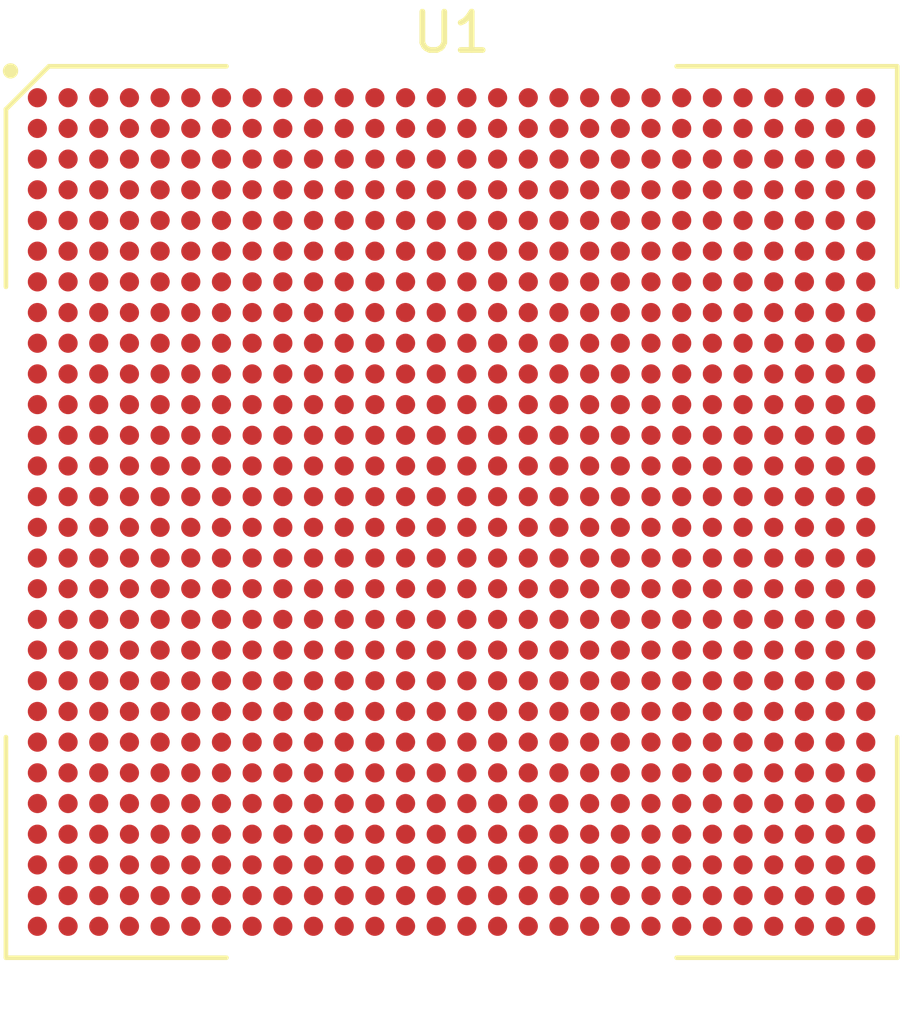
<source format=kicad_pcb>
(kicad_pcb (version 20241229) (generator "pcbnew") (generator_version "9.0")
  (layers (0 "F.Cu" signal) (2 "B.Cu" signal) (13 "F.Paste" user) (15 "B.Paste" user) (5 "F.SilkS" user "F.Silkscreen") (7 "B.SilkS" user "B.Silkscreen") (1 "F.Mask" user) (3 "B.Mask" user) (25 "Edge.Cuts" user))
  (net 0 "")
  (net 1 "Net-(C24-Pad1)")
  (net 3 "Net-(U1A-VCC_PSINTFP_DDR-PadAA20)")
  (net 4 "Net-(U1A-MGTVCCAUX_R-PadU5)")
  (net 5 "Net-(C18-Pad1)")
  (net 6 "Net-(C1-Pad1)")
  (net 7 "Net-(C15-Pad1)")
  (net 8 "Net-(U1A-VCC_PSPLL-PadT16)")
  (net 9 "Net-(C26-Pad1)")
  (net 10 "Net-(U1A-MGTAVTT_R-PadP4)")
  (net 11 "Net-(C21-Pad1)")
  (net 12 "Net-(U1A-VCCINT_VCU-PadU21)")
  (net 13 "Net-(U1A-MGTAVCC_R-PadV4)")
  (net 14 "Net-(U1A-PS_MGTRAVTT-PadA23)")
  (net 15 "Net-(U1A-VCC_PSDDR_PLL-PadU16)")
  (net 16 "Net-(U1A-PS_MGTRAVCC-PadB22)")
  (footprint "VisionCr:XCZU4EV-1SFVC784E" (layer "F.Cu") (at 108.3 79.7)
    (property "Reference" "U1" (at 0 -12.5 0) (layer "F.SilkS"))
    (property "Value" "Zynq 7000 - XCZU4EV")
    (pad "A1" smd circle (at -10.8 -10.8) (size 0.5 0.5) (layers "F.Cu" "F.Mask" "F.Paste"))
    (pad "A2" smd circle (at -10 -10.8) (size 0.5 0.5) (layers "F.Cu" "F.Mask" "F.Paste"))
    (pad "A3" smd circle (at -9.2 -10.8) (size 0.5 0.5) (layers "F.Cu" "F.Mask" "F.Paste"))
    (pad "A4" smd circle (at -8.4 -10.8) (size 0.5 0.5) (layers "F.Cu" "F.Mask" "F.Paste"))
    (pad "A5" smd circle (at -7.6 -10.8) (size 0.5 0.5) (layers "F.Cu" "F.Mask" "F.Paste"))
    (pad "A6" smd circle (at -6.8 -10.8) (size 0.5 0.5) (layers "F.Cu" "F.Mask" "F.Paste"))
    (pad "A7" smd circle (at -6 -10.8) (size 0.5 0.5) (layers "F.Cu" "F.Mask" "F.Paste"))
    (pad "A8" smd circle (at -5.2 -10.8) (size 0.5 0.5) (layers "F.Cu" "F.Mask" "F.Paste"))
    (pad "A9" smd circle (at -4.4 -10.8) (size 0.5 0.5) (layers "F.Cu" "F.Mask" "F.Paste"))
    (pad "A10" smd circle (at -3.6 -10.8) (size 0.5 0.5) (layers "F.Cu" "F.Mask" "F.Paste"))
    (pad "A11" smd circle (at -2.8 -10.8) (size 0.5 0.5) (layers "F.Cu" "F.Mask" "F.Paste"))
    (pad "A12" smd circle (at -2 -10.8) (size 0.5 0.5) (layers "F.Cu" "F.Mask" "F.Paste"))
    (pad "A13" smd circle (at -1.2 -10.8) (size 0.5 0.5) (layers "F.Cu" "F.Mask" "F.Paste"))
    (pad "A14" smd circle (at -0.4 -10.8) (size 0.5 0.5) (layers "F.Cu" "F.Mask" "F.Paste"))
    (pad "A15" smd circle (at 0.4 -10.8) (size 0.5 0.5) (layers "F.Cu" "F.Mask" "F.Paste"))
    (pad "A16" smd circle (at 1.2 -10.8) (size 0.5 0.5) (layers "F.Cu" "F.Mask" "F.Paste"))
    (pad "A17" smd circle (at 2 -10.8) (size 0.5 0.5) (layers "F.Cu" "F.Mask" "F.Paste"))
    (pad "A18" smd circle (at 2.8 -10.8) (size 0.5 0.5) (layers "F.Cu" "F.Mask" "F.Paste"))
    (pad "A19" smd circle (at 3.6 -10.8) (size 0.5 0.5) (layers "F.Cu" "F.Mask" "F.Paste"))
    (pad "A20" smd circle (at 4.4 -10.8) (size 0.5 0.5) (layers "F.Cu" "F.Mask" "F.Paste"))
    (pad "A21" smd circle (at 5.2 -10.8) (size 0.5 0.5) (layers "F.Cu" "F.Mask" "F.Paste"))
    (pad "A22" smd circle (at 6 -10.8) (size 0.5 0.5) (layers "F.Cu" "F.Mask" "F.Paste"))
    (pad "A23" smd circle (at 6.8 -10.8) (size 0.5 0.5) (layers "F.Cu" "F.Mask" "F.Paste") (net 14 "Net-(U1A-PS_MGTRAVTT-PadA23)"))
    (pad "A24" smd circle (at 7.6 -10.8) (size 0.5 0.5) (layers "F.Cu" "F.Mask" "F.Paste"))
    (pad "A25" smd circle (at 8.4 -10.8) (size 0.5 0.5) (layers "F.Cu" "F.Mask" "F.Paste"))
    (pad "A26" smd circle (at 9.2 -10.8) (size 0.5 0.5) (layers "F.Cu" "F.Mask" "F.Paste"))
    (pad "A27" smd circle (at 10 -10.8) (size 0.5 0.5) (layers "F.Cu" "F.Mask" "F.Paste"))
    (pad "A28" smd circle (at 10.8 -10.8) (size 0.5 0.5) (layers "F.Cu" "F.Mask" "F.Paste"))
    (pad "AA1" smd circle (at -10.8 5.2) (size 0.5 0.5) (layers "F.Cu" "F.Mask" "F.Paste"))
    (pad "AA2" smd circle (at -10 5.2) (size 0.5 0.5) (layers "F.Cu" "F.Mask" "F.Paste"))
    (pad "AA3" smd circle (at -9.2 5.2) (size 0.5 0.5) (layers "F.Cu" "F.Mask" "F.Paste"))
    (pad "AA4" smd circle (at -8.4 5.2) (size 0.5 0.5) (layers "F.Cu" "F.Mask" "F.Paste"))
    (pad "AA5" smd circle (at -7.6 5.2) (size 0.5 0.5) (layers "F.Cu" "F.Mask" "F.Paste"))
    (pad "AA6" smd circle (at -6.8 5.2) (size 0.5 0.5) (layers "F.Cu" "F.Mask" "F.Paste"))
    (pad "AA7" smd circle (at -6 5.2) (size 0.5 0.5) (layers "F.Cu" "F.Mask" "F.Paste"))
    (pad "AA8" smd circle (at -5.2 5.2) (size 0.5 0.5) (layers "F.Cu" "F.Mask" "F.Paste"))
    (pad "AA9" smd circle (at -4.4 5.2) (size 0.5 0.5) (layers "F.Cu" "F.Mask" "F.Paste"))
    (pad "AA10" smd circle (at -3.6 5.2) (size 0.5 0.5) (layers "F.Cu" "F.Mask" "F.Paste"))
    (pad "AA11" smd circle (at -2.8 5.2) (size 0.5 0.5) (layers "F.Cu" "F.Mask" "F.Paste"))
    (pad "AA12" smd circle (at -2 5.2) (size 0.5 0.5) (layers "F.Cu" "F.Mask" "F.Paste"))
    (pad "AA13" smd circle (at -1.2 5.2) (size 0.5 0.5) (layers "F.Cu" "F.Mask" "F.Paste"))
    (pad "AA14" smd circle (at -0.4 5.2) (size 0.5 0.5) (layers "F.Cu" "F.Mask" "F.Paste"))
    (pad "AA15" smd circle (at 0.4 5.2) (size 0.5 0.5) (layers "F.Cu" "F.Mask" "F.Paste") (net 5 "Net-(C18-Pad1)"))
    (pad "AA16" smd circle (at 1.2 5.2) (size 0.5 0.5) (layers "F.Cu" "F.Mask" "F.Paste") (net 5 "Net-(C18-Pad1)"))
    (pad "AA17" smd circle (at 2 5.2) (size 0.5 0.5) (layers "F.Cu" "F.Mask" "F.Paste") (net 5 "Net-(C18-Pad1)"))
    (pad "AA18" smd circle (at 2.8 5.2) (size 0.5 0.5) (layers "F.Cu" "F.Mask" "F.Paste") (net 5 "Net-(C18-Pad1)"))
    (pad "AA19" smd circle (at 3.6 5.2) (size 0.5 0.5) (layers "F.Cu" "F.Mask" "F.Paste"))
    (pad "AA20" smd circle (at 4.4 5.2) (size 0.5 0.5) (layers "F.Cu" "F.Mask" "F.Paste") (net 3 "Net-(U1A-VCC_PSINTFP_DDR-PadAA20)"))
    (pad "AA21" smd circle (at 5.2 5.2) (size 0.5 0.5) (layers "F.Cu" "F.Mask" "F.Paste") (net 3 "Net-(U1A-VCC_PSINTFP_DDR-PadAA20)"))
    (pad "AA22" smd circle (at 6 5.2) (size 0.5 0.5) (layers "F.Cu" "F.Mask" "F.Paste"))
    (pad "AA23" smd circle (at 6.8 5.2) (size 0.5 0.5) (layers "F.Cu" "F.Mask" "F.Paste"))
    (pad "AA24" smd circle (at 7.6 5.2) (size 0.5 0.5) (layers "F.Cu" "F.Mask" "F.Paste"))
    (pad "AA25" smd circle (at 8.4 5.2) (size 0.5 0.5) (layers "F.Cu" "F.Mask" "F.Paste"))
    (pad "AA26" smd circle (at 9.2 5.2) (size 0.5 0.5) (layers "F.Cu" "F.Mask" "F.Paste"))
    (pad "AA27" smd circle (at 10 5.2) (size 0.5 0.5) (layers "F.Cu" "F.Mask" "F.Paste"))
    (pad "AA28" smd circle (at 10.8 5.2) (size 0.5 0.5) (layers "F.Cu" "F.Mask" "F.Paste"))
    (pad "AB1" smd circle (at -10.8 6) (size 0.5 0.5) (layers "F.Cu" "F.Mask" "F.Paste"))
    (pad "AB2" smd circle (at -10 6) (size 0.5 0.5) (layers "F.Cu" "F.Mask" "F.Paste"))
    (pad "AB3" smd circle (at -9.2 6) (size 0.5 0.5) (layers "F.Cu" "F.Mask" "F.Paste"))
    (pad "AB4" smd circle (at -8.4 6) (size 0.5 0.5) (layers "F.Cu" "F.Mask" "F.Paste"))
    (pad "AB5" smd circle (at -7.6 6) (size 0.5 0.5) (layers "F.Cu" "F.Mask" "F.Paste"))
    (pad "AB6" smd circle (at -6.8 6) (size 0.5 0.5) (layers "F.Cu" "F.Mask" "F.Paste"))
    (pad "AB7" smd circle (at -6 6) (size 0.5 0.5) (layers "F.Cu" "F.Mask" "F.Paste"))
    (pad "AB8" smd circle (at -5.2 6) (size 0.5 0.5) (layers "F.Cu" "F.Mask" "F.Paste"))
    (pad "AB9" smd circle (at -4.4 6) (size 0.5 0.5) (layers "F.Cu" "F.Mask" "F.Paste"))
    (pad "AB10" smd circle (at -3.6 6) (size 0.5 0.5) (layers "F.Cu" "F.Mask" "F.Paste"))
    (pad "AB11" smd circle (at -2.8 6) (size 0.5 0.5) (layers "F.Cu" "F.Mask" "F.Paste"))
    (pad "AB12" smd circle (at -2 6) (size 0.5 0.5) (layers "F.Cu" "F.Mask" "F.Paste"))
    (pad "AB13" smd circle (at -1.2 6) (size 0.5 0.5) (layers "F.Cu" "F.Mask" "F.Paste"))
    (pad "AB14" smd circle (at -0.4 6) (size 0.5 0.5) (layers "F.Cu" "F.Mask" "F.Paste"))
    (pad "AB15" smd circle (at 0.4 6) (size 0.5 0.5) (layers "F.Cu" "F.Mask" "F.Paste"))
    (pad "AB16" smd circle (at 1.2 6) (size 0.5 0.5) (layers "F.Cu" "F.Mask" "F.Paste") (net 5 "Net-(C18-Pad1)"))
    (pad "AB17" smd circle (at 2 6) (size 0.5 0.5) (layers "F.Cu" "F.Mask" "F.Paste"))
    (pad "AB18" smd circle (at 2.8 6) (size 0.5 0.5) (layers "F.Cu" "F.Mask" "F.Paste"))
    (pad "AB19" smd circle (at 3.6 6) (size 0.5 0.5) (layers "F.Cu" "F.Mask" "F.Paste"))
    (pad "AB20" smd circle (at 4.4 6) (size 0.5 0.5) (layers "F.Cu" "F.Mask" "F.Paste"))
    (pad "AB21" smd circle (at 5.2 6) (size 0.5 0.5) (layers "F.Cu" "F.Mask" "F.Paste"))
    (pad "AB22" smd circle (at 6 6) (size 0.5 0.5) (layers "F.Cu" "F.Mask" "F.Paste"))
    (pad "AB23" smd circle (at 6.8 6) (size 0.5 0.5) (layers "F.Cu" "F.Mask" "F.Paste"))
    (pad "AB24" smd circle (at 7.6 6) (size 0.5 0.5) (layers "F.Cu" "F.Mask" "F.Paste"))
    (pad "AB25" smd circle (at 8.4 6) (size 0.5 0.5) (layers "F.Cu" "F.Mask" "F.Paste"))
    (pad "AB26" smd circle (at 9.2 6) (size 0.5 0.5) (layers "F.Cu" "F.Mask" "F.Paste"))
    (pad "AB27" smd circle (at 10 6) (size 0.5 0.5) (layers "F.Cu" "F.Mask" "F.Paste"))
    (pad "AB28" smd circle (at 10.8 6) (size 0.5 0.5) (layers "F.Cu" "F.Mask" "F.Paste"))
    (pad "AC1" smd circle (at -10.8 6.8) (size 0.5 0.5) (layers "F.Cu" "F.Mask" "F.Paste"))
    (pad "AC2" smd circle (at -10 6.8) (size 0.5 0.5) (layers "F.Cu" "F.Mask" "F.Paste"))
    (pad "AC3" smd circle (at -9.2 6.8) (size 0.5 0.5) (layers "F.Cu" "F.Mask" "F.Paste"))
    (pad "AC4" smd circle (at -8.4 6.8) (size 0.5 0.5) (layers "F.Cu" "F.Mask" "F.Paste"))
    (pad "AC5" smd circle (at -7.6 6.8) (size 0.5 0.5) (layers "F.Cu" "F.Mask" "F.Paste"))
    (pad "AC6" smd circle (at -6.8 6.8) (size 0.5 0.5) (layers "F.Cu" "F.Mask" "F.Paste"))
    (pad "AC7" smd circle (at -6 6.8) (size 0.5 0.5) (layers "F.Cu" "F.Mask" "F.Paste"))
    (pad "AC8" smd circle (at -5.2 6.8) (size 0.5 0.5) (layers "F.Cu" "F.Mask" "F.Paste"))
    (pad "AC9" smd circle (at -4.4 6.8) (size 0.5 0.5) (layers "F.Cu" "F.Mask" "F.Paste"))
    (pad "AC10" smd circle (at -3.6 6.8) (size 0.5 0.5) (layers "F.Cu" "F.Mask" "F.Paste"))
    (pad "AC11" smd circle (at -2.8 6.8) (size 0.5 0.5) (layers "F.Cu" "F.Mask" "F.Paste"))
    (pad "AC12" smd circle (at -2 6.8) (size 0.5 0.5) (layers "F.Cu" "F.Mask" "F.Paste"))
    (pad "AC13" smd circle (at -1.2 6.8) (size 0.5 0.5) (layers "F.Cu" "F.Mask" "F.Paste"))
    (pad "AC14" smd circle (at -0.4 6.8) (size 0.5 0.5) (layers "F.Cu" "F.Mask" "F.Paste"))
    (pad "AC15" smd circle (at 0.4 6.8) (size 0.5 0.5) (layers "F.Cu" "F.Mask" "F.Paste"))
    (pad "AC16" smd circle (at 1.2 6.8) (size 0.5 0.5) (layers "F.Cu" "F.Mask" "F.Paste"))
    (pad "AC17" smd circle (at 2 6.8) (size 0.5 0.5) (layers "F.Cu" "F.Mask" "F.Paste"))
    (pad "AC18" smd circle (at 2.8 6.8) (size 0.5 0.5) (layers "F.Cu" "F.Mask" "F.Paste"))
    (pad "AC19" smd circle (at 3.6 6.8) (size 0.5 0.5) (layers "F.Cu" "F.Mask" "F.Paste"))
    (pad "AC20" smd circle (at 4.4 6.8) (size 0.5 0.5) (layers "F.Cu" "F.Mask" "F.Paste"))
    (pad "AC21" smd circle (at 5.2 6.8) (size 0.5 0.5) (layers "F.Cu" "F.Mask" "F.Paste"))
    (pad "AC22" smd circle (at 6 6.8) (size 0.5 0.5) (layers "F.Cu" "F.Mask" "F.Paste"))
    (pad "AC23" smd circle (at 6.8 6.8) (size 0.5 0.5) (layers "F.Cu" "F.Mask" "F.Paste"))
    (pad "AC24" smd circle (at 7.6 6.8) (size 0.5 0.5) (layers "F.Cu" "F.Mask" "F.Paste"))
    (pad "AC25" smd circle (at 8.4 6.8) (size 0.5 0.5) (layers "F.Cu" "F.Mask" "F.Paste"))
    (pad "AC26" smd circle (at 9.2 6.8) (size 0.5 0.5) (layers "F.Cu" "F.Mask" "F.Paste"))
    (pad "AC27" smd circle (at 10 6.8) (size 0.5 0.5) (layers "F.Cu" "F.Mask" "F.Paste"))
    (pad "AC28" smd circle (at 10.8 6.8) (size 0.5 0.5) (layers "F.Cu" "F.Mask" "F.Paste"))
    (pad "AD1" smd circle (at -10.8 7.6) (size 0.5 0.5) (layers "F.Cu" "F.Mask" "F.Paste"))
    (pad "AD2" smd circle (at -10 7.6) (size 0.5 0.5) (layers "F.Cu" "F.Mask" "F.Paste"))
    (pad "AD3" smd circle (at -9.2 7.6) (size 0.5 0.5) (layers "F.Cu" "F.Mask" "F.Paste"))
    (pad "AD4" smd circle (at -8.4 7.6) (size 0.5 0.5) (layers "F.Cu" "F.Mask" "F.Paste"))
    (pad "AD5" smd circle (at -7.6 7.6) (size 0.5 0.5) (layers "F.Cu" "F.Mask" "F.Paste"))
    (pad "AD6" smd circle (at -6.8 7.6) (size 0.5 0.5) (layers "F.Cu" "F.Mask" "F.Paste"))
    (pad "AD7" smd circle (at -6 7.6) (size 0.5 0.5) (layers "F.Cu" "F.Mask" "F.Paste"))
    (pad "AD8" smd circle (at -5.2 7.6) (size 0.5 0.5) (layers "F.Cu" "F.Mask" "F.Paste"))
    (pad "AD9" smd circle (at -4.4 7.6) (size 0.5 0.5) (layers "F.Cu" "F.Mask" "F.Paste"))
    (pad "AD10" smd circle (at -3.6 7.6) (size 0.5 0.5) (layers "F.Cu" "F.Mask" "F.Paste"))
    (pad "AD11" smd circle (at -2.8 7.6) (size 0.5 0.5) (layers "F.Cu" "F.Mask" "F.Paste"))
    (pad "AD12" smd circle (at -2 7.6) (size 0.5 0.5) (layers "F.Cu" "F.Mask" "F.Paste"))
    (pad "AD13" smd circle (at -1.2 7.6) (size 0.5 0.5) (layers "F.Cu" "F.Mask" "F.Paste"))
    (pad "AD14" smd circle (at -0.4 7.6) (size 0.5 0.5) (layers "F.Cu" "F.Mask" "F.Paste"))
    (pad "AD15" smd circle (at 0.4 7.6) (size 0.5 0.5) (layers "F.Cu" "F.Mask" "F.Paste"))
    (pad "AD16" smd circle (at 1.2 7.6) (size 0.5 0.5) (layers "F.Cu" "F.Mask" "F.Paste"))
    (pad "AD17" smd circle (at 2 7.6) (size 0.5 0.5) (layers "F.Cu" "F.Mask" "F.Paste"))
    (pad "AD18" smd circle (at 2.8 7.6) (size 0.5 0.5) (layers "F.Cu" "F.Mask" "F.Paste"))
    (pad "AD19" smd circle (at 3.6 7.6) (size 0.5 0.5) (layers "F.Cu" "F.Mask" "F.Paste"))
    (pad "AD20" smd circle (at 4.4 7.6) (size 0.5 0.5) (layers "F.Cu" "F.Mask" "F.Paste"))
    (pad "AD21" smd circle (at 5.2 7.6) (size 0.5 0.5) (layers "F.Cu" "F.Mask" "F.Paste"))
    (pad "AD22" smd circle (at 6 7.6) (size 0.5 0.5) (layers "F.Cu" "F.Mask" "F.Paste"))
    (pad "AD23" smd circle (at 6.8 7.6) (size 0.5 0.5) (layers "F.Cu" "F.Mask" "F.Paste"))
    (pad "AD24" smd circle (at 7.6 7.6) (size 0.5 0.5) (layers "F.Cu" "F.Mask" "F.Paste"))
    (pad "AD25" smd circle (at 8.4 7.6) (size 0.5 0.5) (layers "F.Cu" "F.Mask" "F.Paste"))
    (pad "AD26" smd circle (at 9.2 7.6) (size 0.5 0.5) (layers "F.Cu" "F.Mask" "F.Paste"))
    (pad "AD27" smd circle (at 10 7.6) (size 0.5 0.5) (layers "F.Cu" "F.Mask" "F.Paste"))
    (pad "AD28" smd circle (at 10.8 7.6) (size 0.5 0.5) (layers "F.Cu" "F.Mask" "F.Paste"))
    (pad "AE1" smd circle (at -10.8 8.4) (size 0.5 0.5) (layers "F.Cu" "F.Mask" "F.Paste"))
    (pad "AE2" smd circle (at -10 8.4) (size 0.5 0.5) (layers "F.Cu" "F.Mask" "F.Paste"))
    (pad "AE3" smd circle (at -9.2 8.4) (size 0.5 0.5) (layers "F.Cu" "F.Mask" "F.Paste"))
    (pad "AE4" smd circle (at -8.4 8.4) (size 0.5 0.5) (layers "F.Cu" "F.Mask" "F.Paste"))
    (pad "AE5" smd circle (at -7.6 8.4) (size 0.5 0.5) (layers "F.Cu" "F.Mask" "F.Paste"))
    (pad "AE6" smd circle (at -6.8 8.4) (size 0.5 0.5) (layers "F.Cu" "F.Mask" "F.Paste"))
    (pad "AE7" smd circle (at -6 8.4) (size 0.5 0.5) (layers "F.Cu" "F.Mask" "F.Paste"))
    (pad "AE8" smd circle (at -5.2 8.4) (size 0.5 0.5) (layers "F.Cu" "F.Mask" "F.Paste"))
    (pad "AE9" smd circle (at -4.4 8.4) (size 0.5 0.5) (layers "F.Cu" "F.Mask" "F.Paste"))
    (pad "AE10" smd circle (at -3.6 8.4) (size 0.5 0.5) (layers "F.Cu" "F.Mask" "F.Paste"))
    (pad "AE11" smd circle (at -2.8 8.4) (size 0.5 0.5) (layers "F.Cu" "F.Mask" "F.Paste"))
    (pad "AE12" smd circle (at -2 8.4) (size 0.5 0.5) (layers "F.Cu" "F.Mask" "F.Paste"))
    (pad "AE13" smd circle (at -1.2 8.4) (size 0.5 0.5) (layers "F.Cu" "F.Mask" "F.Paste"))
    (pad "AE14" smd circle (at -0.4 8.4) (size 0.5 0.5) (layers "F.Cu" "F.Mask" "F.Paste"))
    (pad "AE15" smd circle (at 0.4 8.4) (size 0.5 0.5) (layers "F.Cu" "F.Mask" "F.Paste"))
    (pad "AE16" smd circle (at 1.2 8.4) (size 0.5 0.5) (layers "F.Cu" "F.Mask" "F.Paste"))
    (pad "AE17" smd circle (at 2 8.4) (size 0.5 0.5) (layers "F.Cu" "F.Mask" "F.Paste"))
    (pad "AE18" smd circle (at 2.8 8.4) (size 0.5 0.5) (layers "F.Cu" "F.Mask" "F.Paste"))
    (pad "AE19" smd circle (at 3.6 8.4) (size 0.5 0.5) (layers "F.Cu" "F.Mask" "F.Paste"))
    (pad "AE20" smd circle (at 4.4 8.4) (size 0.5 0.5) (layers "F.Cu" "F.Mask" "F.Paste"))
    (pad "AE21" smd circle (at 5.2 8.4) (size 0.5 0.5) (layers "F.Cu" "F.Mask" "F.Paste"))
    (pad "AE22" smd circle (at 6 8.4) (size 0.5 0.5) (layers "F.Cu" "F.Mask" "F.Paste"))
    (pad "AE23" smd circle (at 6.8 8.4) (size 0.5 0.5) (layers "F.Cu" "F.Mask" "F.Paste"))
    (pad "AE24" smd circle (at 7.6 8.4) (size 0.5 0.5) (layers "F.Cu" "F.Mask" "F.Paste"))
    (pad "AE25" smd circle (at 8.4 8.4) (size 0.5 0.5) (layers "F.Cu" "F.Mask" "F.Paste"))
    (pad "AE26" smd circle (at 9.2 8.4) (size 0.5 0.5) (layers "F.Cu" "F.Mask" "F.Paste"))
    (pad "AE27" smd circle (at 10 8.4) (size 0.5 0.5) (layers "F.Cu" "F.Mask" "F.Paste"))
    (pad "AE28" smd circle (at 10.8 8.4) (size 0.5 0.5) (layers "F.Cu" "F.Mask" "F.Paste"))
    (pad "AF1" smd circle (at -10.8 9.2) (size 0.5 0.5) (layers "F.Cu" "F.Mask" "F.Paste"))
    (pad "AF2" smd circle (at -10 9.2) (size 0.5 0.5) (layers "F.Cu" "F.Mask" "F.Paste"))
    (pad "AF3" smd circle (at -9.2 9.2) (size 0.5 0.5) (layers "F.Cu" "F.Mask" "F.Paste"))
    (pad "AF4" smd circle (at -8.4 9.2) (size 0.5 0.5) (layers "F.Cu" "F.Mask" "F.Paste"))
    (pad "AF5" smd circle (at -7.6 9.2) (size 0.5 0.5) (layers "F.Cu" "F.Mask" "F.Paste"))
    (pad "AF6" smd circle (at -6.8 9.2) (size 0.5 0.5) (layers "F.Cu" "F.Mask" "F.Paste"))
    (pad "AF7" smd circle (at -6 9.2) (size 0.5 0.5) (layers "F.Cu" "F.Mask" "F.Paste"))
    (pad "AF8" smd circle (at -5.2 9.2) (size 0.5 0.5) (layers "F.Cu" "F.Mask" "F.Paste"))
    (pad "AF9" smd circle (at -4.4 9.2) (size 0.5 0.5) (layers "F.Cu" "F.Mask" "F.Paste"))
    (pad "AF10" smd circle (at -3.6 9.2) (size 0.5 0.5) (layers "F.Cu" "F.Mask" "F.Paste"))
    (pad "AF11" smd circle (at -2.8 9.2) (size 0.5 0.5) (layers "F.Cu" "F.Mask" "F.Paste"))
    (pad "AF12" smd circle (at -2 9.2) (size 0.5 0.5) (layers "F.Cu" "F.Mask" "F.Paste"))
    (pad "AF13" smd circle (at -1.2 9.2) (size 0.5 0.5) (layers "F.Cu" "F.Mask" "F.Paste"))
    (pad "AF14" smd circle (at -0.4 9.2) (size 0.5 0.5) (layers "F.Cu" "F.Mask" "F.Paste"))
    (pad "AF15" smd circle (at 0.4 9.2) (size 0.5 0.5) (layers "F.Cu" "F.Mask" "F.Paste"))
    (pad "AF16" smd circle (at 1.2 9.2) (size 0.5 0.5) (layers "F.Cu" "F.Mask" "F.Paste"))
    (pad "AF17" smd circle (at 2 9.2) (size 0.5 0.5) (layers "F.Cu" "F.Mask" "F.Paste"))
    (pad "AF18" smd circle (at 2.8 9.2) (size 0.5 0.5) (layers "F.Cu" "F.Mask" "F.Paste"))
    (pad "AF19" smd circle (at 3.6 9.2) (size 0.5 0.5) (layers "F.Cu" "F.Mask" "F.Paste"))
    (pad "AF20" smd circle (at 4.4 9.2) (size 0.5 0.5) (layers "F.Cu" "F.Mask" "F.Paste"))
    (pad "AF21" smd circle (at 5.2 9.2) (size 0.5 0.5) (layers "F.Cu" "F.Mask" "F.Paste"))
    (pad "AF22" smd circle (at 6 9.2) (size 0.5 0.5) (layers "F.Cu" "F.Mask" "F.Paste"))
    (pad "AF23" smd circle (at 6.8 9.2) (size 0.5 0.5) (layers "F.Cu" "F.Mask" "F.Paste"))
    (pad "AF24" smd circle (at 7.6 9.2) (size 0.5 0.5) (layers "F.Cu" "F.Mask" "F.Paste"))
    (pad "AF25" smd circle (at 8.4 9.2) (size 0.5 0.5) (layers "F.Cu" "F.Mask" "F.Paste"))
    (pad "AF26" smd circle (at 9.2 9.2) (size 0.5 0.5) (layers "F.Cu" "F.Mask" "F.Paste"))
    (pad "AF27" smd circle (at 10 9.2) (size 0.5 0.5) (layers "F.Cu" "F.Mask" "F.Paste"))
    (pad "AF28" smd circle (at 10.8 9.2) (size 0.5 0.5) (layers "F.Cu" "F.Mask" "F.Paste"))
    (pad "AG1" smd circle (at -10.8 10) (size 0.5 0.5) (layers "F.Cu" "F.Mask" "F.Paste"))
    (pad "AG2" smd circle (at -10 10) (size 0.5 0.5) (layers "F.Cu" "F.Mask" "F.Paste"))
    (pad "AG3" smd circle (at -9.2 10) (size 0.5 0.5) (layers "F.Cu" "F.Mask" "F.Paste"))
    (pad "AG4" smd circle (at -8.4 10) (size 0.5 0.5) (layers "F.Cu" "F.Mask" "F.Paste"))
    (pad "AG5" smd circle (at -7.6 10) (size 0.5 0.5) (layers "F.Cu" "F.Mask" "F.Paste"))
    (pad "AG6" smd circle (at -6.8 10) (size 0.5 0.5) (layers "F.Cu" "F.Mask" "F.Paste"))
    (pad "AG7" smd circle (at -6 10) (size 0.5 0.5) (layers "F.Cu" "F.Mask" "F.Paste"))
    (pad "AG8" smd circle (at -5.2 10) (size 0.5 0.5) (layers "F.Cu" "F.Mask" "F.Paste"))
    (pad "AG9" smd circle (at -4.4 10) (size 0.5 0.5) (layers "F.Cu" "F.Mask" "F.Paste"))
    (pad "AG10" smd circle (at -3.6 10) (size 0.5 0.5) (layers "F.Cu" "F.Mask" "F.Paste"))
    (pad "AG11" smd circle (at -2.8 10) (size 0.5 0.5) (layers "F.Cu" "F.Mask" "F.Paste"))
    (pad "AG12" smd circle (at -2 10) (size 0.5 0.5) (layers "F.Cu" "F.Mask" "F.Paste"))
    (pad "AG13" smd circle (at -1.2 10) (size 0.5 0.5) (layers "F.Cu" "F.Mask" "F.Paste"))
    (pad "AG14" smd circle (at -0.4 10) (size 0.5 0.5) (layers "F.Cu" "F.Mask" "F.Paste"))
    (pad "AG15" smd circle (at 0.4 10) (size 0.5 0.5) (layers "F.Cu" "F.Mask" "F.Paste"))
    (pad "AG16" smd circle (at 1.2 10) (size 0.5 0.5) (layers "F.Cu" "F.Mask" "F.Paste"))
    (pad "AG17" smd circle (at 2 10) (size 0.5 0.5) (layers "F.Cu" "F.Mask" "F.Paste"))
    (pad "AG18" smd circle (at 2.8 10) (size 0.5 0.5) (layers "F.Cu" "F.Mask" "F.Paste"))
    (pad "AG19" smd circle (at 3.6 10) (size 0.5 0.5) (layers "F.Cu" "F.Mask" "F.Paste"))
    (pad "AG20" smd circle (at 4.4 10) (size 0.5 0.5) (layers "F.Cu" "F.Mask" "F.Paste"))
    (pad "AG21" smd circle (at 5.2 10) (size 0.5 0.5) (layers "F.Cu" "F.Mask" "F.Paste"))
    (pad "AG22" smd circle (at 6 10) (size 0.5 0.5) (layers "F.Cu" "F.Mask" "F.Paste"))
    (pad "AG23" smd circle (at 6.8 10) (size 0.5 0.5) (layers "F.Cu" "F.Mask" "F.Paste"))
    (pad "AG24" smd circle (at 7.6 10) (size 0.5 0.5) (layers "F.Cu" "F.Mask" "F.Paste"))
    (pad "AG25" smd circle (at 8.4 10) (size 0.5 0.5) (layers "F.Cu" "F.Mask" "F.Paste"))
    (pad "AG26" smd circle (at 9.2 10) (size 0.5 0.5) (layers "F.Cu" "F.Mask" "F.Paste"))
    (pad "AG27" smd circle (at 10 10) (size 0.5 0.5) (layers "F.Cu" "F.Mask" "F.Paste"))
    (pad "AG28" smd circle (at 10.8 10) (size 0.5 0.5) (layers "F.Cu" "F.Mask" "F.Paste"))
    (pad "AH1" smd circle (at -10.8 10.8) (size 0.5 0.5) (layers "F.Cu" "F.Mask" "F.Paste"))
    (pad "AH2" smd circle (at -10 10.8) (size 0.5 0.5) (layers "F.Cu" "F.Mask" "F.Paste"))
    (pad "AH3" smd circle (at -9.2 10.8) (size 0.5 0.5) (layers "F.Cu" "F.Mask" "F.Paste"))
    (pad "AH4" smd circle (at -8.4 10.8) (size 0.5 0.5) (layers "F.Cu" "F.Mask" "F.Paste"))
    (pad "AH5" smd circle (at -7.6 10.8) (size 0.5 0.5) (layers "F.Cu" "F.Mask" "F.Paste"))
    (pad "AH6" smd circle (at -6.8 10.8) (size 0.5 0.5) (layers "F.Cu" "F.Mask" "F.Paste"))
    (pad "AH7" smd circle (at -6 10.8) (size 0.5 0.5) (layers "F.Cu" "F.Mask" "F.Paste"))
    (pad "AH8" smd circle (at -5.2 10.8) (size 0.5 0.5) (layers "F.Cu" "F.Mask" "F.Paste"))
    (pad "AH9" smd circle (at -4.4 10.8) (size 0.5 0.5) (layers "F.Cu" "F.Mask" "F.Paste"))
    (pad "AH10" smd circle (at -3.6 10.8) (size 0.5 0.5) (layers "F.Cu" "F.Mask" "F.Paste"))
    (pad "AH11" smd circle (at -2.8 10.8) (size 0.5 0.5) (layers "F.Cu" "F.Mask" "F.Paste"))
    (pad "AH12" smd circle (at -2 10.8) (size 0.5 0.5) (layers "F.Cu" "F.Mask" "F.Paste"))
    (pad "AH13" smd circle (at -1.2 10.8) (size 0.5 0.5) (layers "F.Cu" "F.Mask" "F.Paste"))
    (pad "AH14" smd circle (at -0.4 10.8) (size 0.5 0.5) (layers "F.Cu" "F.Mask" "F.Paste"))
    (pad "AH15" smd circle (at 0.4 10.8) (size 0.5 0.5) (layers "F.Cu" "F.Mask" "F.Paste"))
    (pad "AH16" smd circle (at 1.2 10.8) (size 0.5 0.5) (layers "F.Cu" "F.Mask" "F.Paste"))
    (pad "AH17" smd circle (at 2 10.8) (size 0.5 0.5) (layers "F.Cu" "F.Mask" "F.Paste"))
    (pad "AH18" smd circle (at 2.8 10.8) (size 0.5 0.5) (layers "F.Cu" "F.Mask" "F.Paste"))
    (pad "AH19" smd circle (at 3.6 10.8) (size 0.5 0.5) (layers "F.Cu" "F.Mask" "F.Paste"))
    (pad "AH20" smd circle (at 4.4 10.8) (size 0.5 0.5) (layers "F.Cu" "F.Mask" "F.Paste"))
    (pad "AH21" smd circle (at 5.2 10.8) (size 0.5 0.5) (layers "F.Cu" "F.Mask" "F.Paste"))
    (pad "AH22" smd circle (at 6 10.8) (size 0.5 0.5) (layers "F.Cu" "F.Mask" "F.Paste"))
    (pad "AH23" smd circle (at 6.8 10.8) (size 0.5 0.5) (layers "F.Cu" "F.Mask" "F.Paste"))
    (pad "AH24" smd circle (at 7.6 10.8) (size 0.5 0.5) (layers "F.Cu" "F.Mask" "F.Paste"))
    (pad "AH25" smd circle (at 8.4 10.8) (size 0.5 0.5) (layers "F.Cu" "F.Mask" "F.Paste"))
    (pad "AH26" smd circle (at 9.2 10.8) (size 0.5 0.5) (layers "F.Cu" "F.Mask" "F.Paste"))
    (pad "AH27" smd circle (at 10 10.8) (size 0.5 0.5) (layers "F.Cu" "F.Mask" "F.Paste"))
    (pad "AH28" smd circle (at 10.8 10.8) (size 0.5 0.5) (layers "F.Cu" "F.Mask" "F.Paste"))
    (pad "B1" smd circle (at -10.8 -10) (size 0.5 0.5) (layers "F.Cu" "F.Mask" "F.Paste"))
    (pad "B2" smd circle (at -10 -10) (size 0.5 0.5) (layers "F.Cu" "F.Mask" "F.Paste"))
    (pad "B3" smd circle (at -9.2 -10) (size 0.5 0.5) (layers "F.Cu" "F.Mask" "F.Paste"))
    (pad "B4" smd circle (at -8.4 -10) (size 0.5 0.5) (layers "F.Cu" "F.Mask" "F.Paste"))
    (pad "B5" smd circle (at -7.6 -10) (size 0.5 0.5) (layers "F.Cu" "F.Mask" "F.Paste"))
    (pad "B6" smd circle (at -6.8 -10) (size 0.5 0.5) (layers "F.Cu" "F.Mask" "F.Paste"))
    (pad "B7" smd circle (at -6 -10) (size 0.5 0.5) (layers "F.Cu" "F.Mask" "F.Paste"))
    (pad "B8" smd circle (at -5.2 -10) (size 0.5 0.5) (layers "F.Cu" "F.Mask" "F.Paste"))
    (pad "B9" smd circle (at -4.4 -10) (size 0.5 0.5) (layers "F.Cu" "F.Mask" "F.Paste"))
    (pad "B10" smd circle (at -3.6 -10) (size 0.5 0.5) (layers "F.Cu" "F.Mask" "F.Paste"))
    (pad "B11" smd circle (at -2.8 -10) (size 0.5 0.5) (layers "F.Cu" "F.Mask" "F.Paste"))
    (pad "B12" smd circle (at -2 -10) (size 0.5 0.5) (layers "F.Cu" "F.Mask" "F.Paste"))
    (pad "B13" smd circle (at -1.2 -10) (size 0.5 0.5) (layers "F.Cu" "F.Mask" "F.Paste"))
    (pad "B14" smd circle (at -0.4 -10) (size 0.5 0.5) (layers "F.Cu" "F.Mask" "F.Paste"))
    (pad "B15" smd circle (at 0.4 -10) (size 0.5 0.5) (layers "F.Cu" "F.Mask" "F.Paste"))
    (pad "B16" smd circle (at 1.2 -10) (size 0.5 0.5) (layers "F.Cu" "F.Mask" "F.Paste"))
    (pad "B17" smd circle (at 2 -10) (size 0.5 0.5) (layers "F.Cu" "F.Mask" "F.Paste"))
    (pad "B18" smd circle (at 2.8 -10) (size 0.5 0.5) (layers "F.Cu" "F.Mask" "F.Paste"))
    (pad "B19" smd circle (at 3.6 -10) (size 0.5 0.5) (layers "F.Cu" "F.Mask" "F.Paste"))
    (pad "B20" smd circle (at 4.4 -10) (size 0.5 0.5) (layers "F.Cu" "F.Mask" "F.Paste"))
    (pad "B21" smd circle (at 5.2 -10) (size 0.5 0.5) (layers "F.Cu" "F.Mask" "F.Paste"))
    (pad "B22" smd circle (at 6 -10) (size 0.5 0.5) (layers "F.Cu" "F.Mask" "F.Paste") (net 16 "Net-(U1A-PS_MGTRAVCC-PadB22)"))
    (pad "B23" smd circle (at 6.8 -10) (size 0.5 0.5) (layers "F.Cu" "F.Mask" "F.Paste"))
    (pad "B24" smd circle (at 7.6 -10) (size 0.5 0.5) (layers "F.Cu" "F.Mask" "F.Paste"))
    (pad "B25" smd circle (at 8.4 -10) (size 0.5 0.5) (layers "F.Cu" "F.Mask" "F.Paste"))
    (pad "B26" smd circle (at 9.2 -10) (size 0.5 0.5) (layers "F.Cu" "F.Mask" "F.Paste"))
    (pad "B27" smd circle (at 10 -10) (size 0.5 0.5) (layers "F.Cu" "F.Mask" "F.Paste"))
    (pad "B28" smd circle (at 10.8 -10) (size 0.5 0.5) (layers "F.Cu" "F.Mask" "F.Paste"))
    (pad "C1" smd circle (at -10.8 -9.2) (size 0.5 0.5) (layers "F.Cu" "F.Mask" "F.Paste"))
    (pad "C2" smd circle (at -10 -9.2) (size 0.5 0.5) (layers "F.Cu" "F.Mask" "F.Paste"))
    (pad "C3" smd circle (at -9.2 -9.2) (size 0.5 0.5) (layers "F.Cu" "F.Mask" "F.Paste"))
    (pad "C4" smd circle (at -8.4 -9.2) (size 0.5 0.5) (layers "F.Cu" "F.Mask" "F.Paste"))
    (pad "C5" smd circle (at -7.6 -9.2) (size 0.5 0.5) (layers "F.Cu" "F.Mask" "F.Paste"))
    (pad "C6" smd circle (at -6.8 -9.2) (size 0.5 0.5) (layers "F.Cu" "F.Mask" "F.Paste"))
    (pad "C7" smd circle (at -6 -9.2) (size 0.5 0.5) (layers "F.Cu" "F.Mask" "F.Paste"))
    (pad "C8" smd circle (at -5.2 -9.2) (size 0.5 0.5) (layers "F.Cu" "F.Mask" "F.Paste"))
    (pad "C9" smd circle (at -4.4 -9.2) (size 0.5 0.5) (layers "F.Cu" "F.Mask" "F.Paste"))
    (pad "C10" smd circle (at -3.6 -9.2) (size 0.5 0.5) (layers "F.Cu" "F.Mask" "F.Paste"))
    (pad "C11" smd circle (at -2.8 -9.2) (size 0.5 0.5) (layers "F.Cu" "F.Mask" "F.Paste"))
    (pad "C12" smd circle (at -2 -9.2) (size 0.5 0.5) (layers "F.Cu" "F.Mask" "F.Paste"))
    (pad "C13" smd circle (at -1.2 -9.2) (size 0.5 0.5) (layers "F.Cu" "F.Mask" "F.Paste"))
    (pad "C14" smd circle (at -0.4 -9.2) (size 0.5 0.5) (layers "F.Cu" "F.Mask" "F.Paste"))
    (pad "C15" smd circle (at 0.4 -9.2) (size 0.5 0.5) (layers "F.Cu" "F.Mask" "F.Paste"))
    (pad "C16" smd circle (at 1.2 -9.2) (size 0.5 0.5) (layers "F.Cu" "F.Mask" "F.Paste"))
    (pad "C17" smd circle (at 2 -9.2) (size 0.5 0.5) (layers "F.Cu" "F.Mask" "F.Paste"))
    (pad "C18" smd circle (at 2.8 -9.2) (size 0.5 0.5) (layers "F.Cu" "F.Mask" "F.Paste"))
    (pad "C19" smd circle (at 3.6 -9.2) (size 0.5 0.5) (layers "F.Cu" "F.Mask" "F.Paste"))
    (pad "C20" smd circle (at 4.4 -9.2) (size 0.5 0.5) (layers "F.Cu" "F.Mask" "F.Paste"))
    (pad "C21" smd circle (at 5.2 -9.2) (size 0.5 0.5) (layers "F.Cu" "F.Mask" "F.Paste"))
    (pad "C22" smd circle (at 6 -9.2) (size 0.5 0.5) (layers "F.Cu" "F.Mask" "F.Paste"))
    (pad "C23" smd circle (at 6.8 -9.2) (size 0.5 0.5) (layers "F.Cu" "F.Mask" "F.Paste") (net 14 "Net-(U1A-PS_MGTRAVTT-PadA23)"))
    (pad "C24" smd circle (at 7.6 -9.2) (size 0.5 0.5) (layers "F.Cu" "F.Mask" "F.Paste"))
    (pad "C25" smd circle (at 8.4 -9.2) (size 0.5 0.5) (layers "F.Cu" "F.Mask" "F.Paste"))
    (pad "C26" smd circle (at 9.2 -9.2) (size 0.5 0.5) (layers "F.Cu" "F.Mask" "F.Paste"))
    (pad "C27" smd circle (at 10 -9.2) (size 0.5 0.5) (layers "F.Cu" "F.Mask" "F.Paste"))
    (pad "C28" smd circle (at 10.8 -9.2) (size 0.5 0.5) (layers "F.Cu" "F.Mask" "F.Paste"))
    (pad "D1" smd circle (at -10.8 -8.4) (size 0.5 0.5) (layers "F.Cu" "F.Mask" "F.Paste"))
    (pad "D2" smd circle (at -10 -8.4) (size 0.5 0.5) (layers "F.Cu" "F.Mask" "F.Paste"))
    (pad "D3" smd circle (at -9.2 -8.4) (size 0.5 0.5) (layers "F.Cu" "F.Mask" "F.Paste"))
    (pad "D4" smd circle (at -8.4 -8.4) (size 0.5 0.5) (layers "F.Cu" "F.Mask" "F.Paste"))
    (pad "D5" smd circle (at -7.6 -8.4) (size 0.5 0.5) (layers "F.Cu" "F.Mask" "F.Paste"))
    (pad "D6" smd circle (at -6.8 -8.4) (size 0.5 0.5) (layers "F.Cu" "F.Mask" "F.Paste"))
    (pad "D7" smd circle (at -6 -8.4) (size 0.5 0.5) (layers "F.Cu" "F.Mask" "F.Paste"))
    (pad "D8" smd circle (at -5.2 -8.4) (size 0.5 0.5) (layers "F.Cu" "F.Mask" "F.Paste"))
    (pad "D9" smd circle (at -4.4 -8.4) (size 0.5 0.5) (layers "F.Cu" "F.Mask" "F.Paste"))
    (pad "D10" smd circle (at -3.6 -8.4) (size 0.5 0.5) (layers "F.Cu" "F.Mask" "F.Paste"))
    (pad "D11" smd circle (at -2.8 -8.4) (size 0.5 0.5) (layers "F.Cu" "F.Mask" "F.Paste"))
    (pad "D12" smd circle (at -2 -8.4) (size 0.5 0.5) (layers "F.Cu" "F.Mask" "F.Paste"))
    (pad "D13" smd circle (at -1.2 -8.4) (size 0.5 0.5) (layers "F.Cu" "F.Mask" "F.Paste"))
    (pad "D14" smd circle (at -0.4 -8.4) (size 0.5 0.5) (layers "F.Cu" "F.Mask" "F.Paste"))
    (pad "D15" smd circle (at 0.4 -8.4) (size 0.5 0.5) (layers "F.Cu" "F.Mask" "F.Paste"))
    (pad "D16" smd circle (at 1.2 -8.4) (size 0.5 0.5) (layers "F.Cu" "F.Mask" "F.Paste"))
    (pad "D17" smd circle (at 2 -8.4) (size 0.5 0.5) (layers "F.Cu" "F.Mask" "F.Paste"))
    (pad "D18" smd circle (at 2.8 -8.4) (size 0.5 0.5) (layers "F.Cu" "F.Mask" "F.Paste"))
    (pad "D19" smd circle (at 3.6 -8.4) (size 0.5 0.5) (layers "F.Cu" "F.Mask" "F.Paste"))
    (pad "D20" smd circle (at 4.4 -8.4) (size 0.5 0.5) (layers "F.Cu" "F.Mask" "F.Paste"))
    (pad "D21" smd circle (at 5.2 -8.4) (size 0.5 0.5) (layers "F.Cu" "F.Mask" "F.Paste"))
    (pad "D22" smd circle (at 6 -8.4) (size 0.5 0.5) (layers "F.Cu" "F.Mask" "F.Paste") (net 16 "Net-(U1A-PS_MGTRAVCC-PadB22)"))
    (pad "D23" smd circle (at 6.8 -8.4) (size 0.5 0.5) (layers "F.Cu" "F.Mask" "F.Paste"))
    (pad "D24" smd circle (at 7.6 -8.4) (size 0.5 0.5) (layers "F.Cu" "F.Mask" "F.Paste"))
    (pad "D25" smd circle (at 8.4 -8.4) (size 0.5 0.5) (layers "F.Cu" "F.Mask" "F.Paste") (net 14 "Net-(U1A-PS_MGTRAVTT-PadA23)"))
    (pad "D26" smd circle (at 9.2 -8.4) (size 0.5 0.5) (layers "F.Cu" "F.Mask" "F.Paste"))
    (pad "D27" smd circle (at 10 -8.4) (size 0.5 0.5) (layers "F.Cu" "F.Mask" "F.Paste"))
    (pad "D28" smd circle (at 10.8 -8.4) (size 0.5 0.5) (layers "F.Cu" "F.Mask" "F.Paste"))
    (pad "E1" smd circle (at -10.8 -7.6) (size 0.5 0.5) (layers "F.Cu" "F.Mask" "F.Paste"))
    (pad "E2" smd circle (at -10 -7.6) (size 0.5 0.5) (layers "F.Cu" "F.Mask" "F.Paste"))
    (pad "E3" smd circle (at -9.2 -7.6) (size 0.5 0.5) (layers "F.Cu" "F.Mask" "F.Paste"))
    (pad "E4" smd circle (at -8.4 -7.6) (size 0.5 0.5) (layers "F.Cu" "F.Mask" "F.Paste"))
    (pad "E5" smd circle (at -7.6 -7.6) (size 0.5 0.5) (layers "F.Cu" "F.Mask" "F.Paste"))
    (pad "E6" smd circle (at -6.8 -7.6) (size 0.5 0.5) (layers "F.Cu" "F.Mask" "F.Paste"))
    (pad "E7" smd circle (at -6 -7.6) (size 0.5 0.5) (layers "F.Cu" "F.Mask" "F.Paste"))
    (pad "E8" smd circle (at -5.2 -7.6) (size 0.5 0.5) (layers "F.Cu" "F.Mask" "F.Paste"))
    (pad "E9" smd circle (at -4.4 -7.6) (size 0.5 0.5) (layers "F.Cu" "F.Mask" "F.Paste"))
    (pad "E10" smd circle (at -3.6 -7.6) (size 0.5 0.5) (layers "F.Cu" "F.Mask" "F.Paste"))
    (pad "E11" smd circle (at -2.8 -7.6) (size 0.5 0.5) (layers "F.Cu" "F.Mask" "F.Paste"))
    (pad "E12" smd circle (at -2 -7.6) (size 0.5 0.5) (layers "F.Cu" "F.Mask" "F.Paste"))
    (pad "E13" smd circle (at -1.2 -7.6) (size 0.5 0.5) (layers "F.Cu" "F.Mask" "F.Paste"))
    (pad "E14" smd circle (at -0.4 -7.6) (size 0.5 0.5) (layers "F.Cu" "F.Mask" "F.Paste"))
    (pad "E15" smd circle (at 0.4 -7.6) (size 0.5 0.5) (layers "F.Cu" "F.Mask" "F.Paste"))
    (pad "E16" smd circle (at 1.2 -7.6) (size 0.5 0.5) (layers "F.Cu" "F.Mask" "F.Paste"))
    (pad "E17" smd circle (at 2 -7.6) (size 0.5 0.5) (layers "F.Cu" "F.Mask" "F.Paste"))
    (pad "E18" smd circle (at 2.8 -7.6) (size 0.5 0.5) (layers "F.Cu" "F.Mask" "F.Paste"))
    (pad "E19" smd circle (at 3.6 -7.6) (size 0.5 0.5) (layers "F.Cu" "F.Mask" "F.Paste"))
    (pad "E20" smd circle (at 4.4 -7.6) (size 0.5 0.5) (layers "F.Cu" "F.Mask" "F.Paste"))
    (pad "E21" smd circle (at 5.2 -7.6) (size 0.5 0.5) (layers "F.Cu" "F.Mask" "F.Paste"))
    (pad "E22" smd circle (at 6 -7.6) (size 0.5 0.5) (layers "F.Cu" "F.Mask" "F.Paste"))
    (pad "E23" smd circle (at 6.8 -7.6) (size 0.5 0.5) (layers "F.Cu" "F.Mask" "F.Paste") (net 14 "Net-(U1A-PS_MGTRAVTT-PadA23)"))
    (pad "E24" smd circle (at 7.6 -7.6) (size 0.5 0.5) (layers "F.Cu" "F.Mask" "F.Paste"))
    (pad "E25" smd circle (at 8.4 -7.6) (size 0.5 0.5) (layers "F.Cu" "F.Mask" "F.Paste"))
    (pad "E26" smd circle (at 9.2 -7.6) (size 0.5 0.5) (layers "F.Cu" "F.Mask" "F.Paste"))
    (pad "E27" smd circle (at 10 -7.6) (size 0.5 0.5) (layers "F.Cu" "F.Mask" "F.Paste"))
    (pad "E28" smd circle (at 10.8 -7.6) (size 0.5 0.5) (layers "F.Cu" "F.Mask" "F.Paste"))
    (pad "F1" smd circle (at -10.8 -6.8) (size 0.5 0.5) (layers "F.Cu" "F.Mask" "F.Paste"))
    (pad "F2" smd circle (at -10 -6.8) (size 0.5 0.5) (layers "F.Cu" "F.Mask" "F.Paste"))
    (pad "F3" smd circle (at -9.2 -6.8) (size 0.5 0.5) (layers "F.Cu" "F.Mask" "F.Paste"))
    (pad "F4" smd circle (at -8.4 -6.8) (size 0.5 0.5) (layers "F.Cu" "F.Mask" "F.Paste"))
    (pad "F5" smd circle (at -7.6 -6.8) (size 0.5 0.5) (layers "F.Cu" "F.Mask" "F.Paste"))
    (pad "F6" smd circle (at -6.8 -6.8) (size 0.5 0.5) (layers "F.Cu" "F.Mask" "F.Paste"))
    (pad "F7" smd circle (at -6 -6.8) (size 0.5 0.5) (layers "F.Cu" "F.Mask" "F.Paste"))
    (pad "F8" smd circle (at -5.2 -6.8) (size 0.5 0.5) (layers "F.Cu" "F.Mask" "F.Paste"))
    (pad "F9" smd circle (at -4.4 -6.8) (size 0.5 0.5) (layers "F.Cu" "F.Mask" "F.Paste"))
    (pad "F10" smd circle (at -3.6 -6.8) (size 0.5 0.5) (layers "F.Cu" "F.Mask" "F.Paste"))
    (pad "F11" smd circle (at -2.8 -6.8) (size 0.5 0.5) (layers "F.Cu" "F.Mask" "F.Paste"))
    (pad "F12" smd circle (at -2 -6.8) (size 0.5 0.5) (layers "F.Cu" "F.Mask" "F.Paste"))
    (pad "F13" smd circle (at -1.2 -6.8) (size 0.5 0.5) (layers "F.Cu" "F.Mask" "F.Paste"))
    (pad "F14" smd circle (at -0.4 -6.8) (size 0.5 0.5) (layers "F.Cu" "F.Mask" "F.Paste"))
    (pad "F15" smd circle (at 0.4 -6.8) (size 0.5 0.5) (layers "F.Cu" "F.Mask" "F.Paste"))
    (pad "F16" smd circle (at 1.2 -6.8) (size 0.5 0.5) (layers "F.Cu" "F.Mask" "F.Paste"))
    (pad "F17" smd circle (at 2 -6.8) (size 0.5 0.5) (layers "F.Cu" "F.Mask" "F.Paste"))
    (pad "F18" smd circle (at 2.8 -6.8) (size 0.5 0.5) (layers "F.Cu" "F.Mask" "F.Paste"))
    (pad "F19" smd circle (at 3.6 -6.8) (size 0.5 0.5) (layers "F.Cu" "F.Mask" "F.Paste"))
    (pad "F20" smd circle (at 4.4 -6.8) (size 0.5 0.5) (layers "F.Cu" "F.Mask" "F.Paste"))
    (pad "F21" smd circle (at 5.2 -6.8) (size 0.5 0.5) (layers "F.Cu" "F.Mask" "F.Paste"))
    (pad "F22" smd circle (at 6 -6.8) (size 0.5 0.5) (layers "F.Cu" "F.Mask" "F.Paste"))
    (pad "F23" smd circle (at 6.8 -6.8) (size 0.5 0.5) (layers "F.Cu" "F.Mask" "F.Paste"))
    (pad "F24" smd circle (at 7.6 -6.8) (size 0.5 0.5) (layers "F.Cu" "F.Mask" "F.Paste"))
    (pad "F25" smd circle (at 8.4 -6.8) (size 0.5 0.5) (layers "F.Cu" "F.Mask" "F.Paste"))
    (pad "F26" smd circle (at 9.2 -6.8) (size 0.5 0.5) (layers "F.Cu" "F.Mask" "F.Paste"))
    (pad "F27" smd circle (at 10 -6.8) (size 0.5 0.5) (layers "F.Cu" "F.Mask" "F.Paste"))
    (pad "F28" smd circle (at 10.8 -6.8) (size 0.5 0.5) (layers "F.Cu" "F.Mask" "F.Paste"))
    (pad "G1" smd circle (at -10.8 -6) (size 0.5 0.5) (layers "F.Cu" "F.Mask" "F.Paste"))
    (pad "G2" smd circle (at -10 -6) (size 0.5 0.5) (layers "F.Cu" "F.Mask" "F.Paste"))
    (pad "G3" smd circle (at -9.2 -6) (size 0.5 0.5) (layers "F.Cu" "F.Mask" "F.Paste"))
    (pad "G4" smd circle (at -8.4 -6) (size 0.5 0.5) (layers "F.Cu" "F.Mask" "F.Paste"))
    (pad "G5" smd circle (at -7.6 -6) (size 0.5 0.5) (layers "F.Cu" "F.Mask" "F.Paste"))
    (pad "G6" smd circle (at -6.8 -6) (size 0.5 0.5) (layers "F.Cu" "F.Mask" "F.Paste"))
    (pad "G7" smd circle (at -6 -6) (size 0.5 0.5) (layers "F.Cu" "F.Mask" "F.Paste"))
    (pad "G8" smd circle (at -5.2 -6) (size 0.5 0.5) (layers "F.Cu" "F.Mask" "F.Paste"))
    (pad "G9" smd circle (at -4.4 -6) (size 0.5 0.5) (layers "F.Cu" "F.Mask" "F.Paste"))
    (pad "G10" smd circle (at -3.6 -6) (size 0.5 0.5) (layers "F.Cu" "F.Mask" "F.Paste"))
    (pad "G11" smd circle (at -2.8 -6) (size 0.5 0.5) (layers "F.Cu" "F.Mask" "F.Paste"))
    (pad "G12" smd circle (at -2 -6) (size 0.5 0.5) (layers "F.Cu" "F.Mask" "F.Paste"))
    (pad "G13" smd circle (at -1.2 -6) (size 0.5 0.5) (layers "F.Cu" "F.Mask" "F.Paste"))
    (pad "G14" smd circle (at -0.4 -6) (size 0.5 0.5) (layers "F.Cu" "F.Mask" "F.Paste"))
    (pad "G15" smd circle (at 0.4 -6) (size 0.5 0.5) (layers "F.Cu" "F.Mask" "F.Paste"))
    (pad "G16" smd circle (at 1.2 -6) (size 0.5 0.5) (layers "F.Cu" "F.Mask" "F.Paste"))
    (pad "G17" smd circle (at 2 -6) (size 0.5 0.5) (layers "F.Cu" "F.Mask" "F.Paste"))
    (pad "G18" smd circle (at 2.8 -6) (size 0.5 0.5) (layers "F.Cu" "F.Mask" "F.Paste"))
    (pad "G19" smd circle (at 3.6 -6) (size 0.5 0.5) (layers "F.Cu" "F.Mask" "F.Paste"))
    (pad "G20" smd circle (at 4.4 -6) (size 0.5 0.5) (layers "F.Cu" "F.Mask" "F.Paste"))
    (pad "G21" smd circle (at 5.2 -6) (size 0.5 0.5) (layers "F.Cu" "F.Mask" "F.Paste"))
    (pad "G22" smd circle (at 6 -6) (size 0.5 0.5) (layers "F.Cu" "F.Mask" "F.Paste"))
    (pad "G23" smd circle (at 6.8 -6) (size 0.5 0.5) (layers "F.Cu" "F.Mask" "F.Paste"))
    (pad "G24" smd circle (at 7.6 -6) (size 0.5 0.5) (layers "F.Cu" "F.Mask" "F.Paste"))
    (pad "G25" smd circle (at 8.4 -6) (size 0.5 0.5) (layers "F.Cu" "F.Mask" "F.Paste"))
    (pad "G26" smd circle (at 9.2 -6) (size 0.5 0.5) (layers "F.Cu" "F.Mask" "F.Paste"))
    (pad "G27" smd circle (at 10 -6) (size 0.5 0.5) (layers "F.Cu" "F.Mask" "F.Paste"))
    (pad "G28" smd circle (at 10.8 -6) (size 0.5 0.5) (layers "F.Cu" "F.Mask" "F.Paste"))
    (pad "H1" smd circle (at -10.8 -5.2) (size 0.5 0.5) (layers "F.Cu" "F.Mask" "F.Paste"))
    (pad "H2" smd circle (at -10 -5.2) (size 0.5 0.5) (layers "F.Cu" "F.Mask" "F.Paste"))
    (pad "H3" smd circle (at -9.2 -5.2) (size 0.5 0.5) (layers "F.Cu" "F.Mask" "F.Paste"))
    (pad "H4" smd circle (at -8.4 -5.2) (size 0.5 0.5) (layers "F.Cu" "F.Mask" "F.Paste"))
    (pad "H5" smd circle (at -7.6 -5.2) (size 0.5 0.5) (layers "F.Cu" "F.Mask" "F.Paste"))
    (pad "H6" smd circle (at -6.8 -5.2) (size 0.5 0.5) (layers "F.Cu" "F.Mask" "F.Paste"))
    (pad "H7" smd circle (at -6 -5.2) (size 0.5 0.5) (layers "F.Cu" "F.Mask" "F.Paste"))
    (pad "H8" smd circle (at -5.2 -5.2) (size 0.5 0.5) (layers "F.Cu" "F.Mask" "F.Paste"))
    (pad "H9" smd circle (at -4.4 -5.2) (size 0.5 0.5) (layers "F.Cu" "F.Mask" "F.Paste"))
    (pad "H10" smd circle (at -3.6 -5.2) (size 0.5 0.5) (layers "F.Cu" "F.Mask" "F.Paste"))
    (pad "H11" smd circle (at -2.8 -5.2) (size 0.5 0.5) (layers "F.Cu" "F.Mask" "F.Paste"))
    (pad "H12" smd circle (at -2 -5.2) (size 0.5 0.5) (layers "F.Cu" "F.Mask" "F.Paste"))
    (pad "H13" smd circle (at -1.2 -5.2) (size 0.5 0.5) (layers "F.Cu" "F.Mask" "F.Paste"))
    (pad "H14" smd circle (at -0.4 -5.2) (size 0.5 0.5) (layers "F.Cu" "F.Mask" "F.Paste"))
    (pad "H15" smd circle (at 0.4 -5.2) (size 0.5 0.5) (layers "F.Cu" "F.Mask" "F.Paste"))
    (pad "H16" smd circle (at 1.2 -5.2) (size 0.5 0.5) (layers "F.Cu" "F.Mask" "F.Paste"))
    (pad "H17" smd circle (at 2 -5.2) (size 0.5 0.5) (layers "F.Cu" "F.Mask" "F.Paste"))
    (pad "H18" smd circle (at 2.8 -5.2) (size 0.5 0.5) (layers "F.Cu" "F.Mask" "F.Paste"))
    (pad "H19" smd circle (at 3.6 -5.2) (size 0.5 0.5) (layers "F.Cu" "F.Mask" "F.Paste"))
    (pad "H20" smd circle (at 4.4 -5.2) (size 0.5 0.5) (layers "F.Cu" "F.Mask" "F.Paste"))
    (pad "H21" smd circle (at 5.2 -5.2) (size 0.5 0.5) (layers "F.Cu" "F.Mask" "F.Paste"))
    (pad "H22" smd circle (at 6 -5.2) (size 0.5 0.5) (layers "F.Cu" "F.Mask" "F.Paste"))
    (pad "H23" smd circle (at 6.8 -5.2) (size 0.5 0.5) (layers "F.Cu" "F.Mask" "F.Paste"))
    (pad "H24" smd circle (at 7.6 -5.2) (size 0.5 0.5) (layers "F.Cu" "F.Mask" "F.Paste"))
    (pad "H25" smd circle (at 8.4 -5.2) (size 0.5 0.5) (layers "F.Cu" "F.Mask" "F.Paste"))
    (pad "H26" smd circle (at 9.2 -5.2) (size 0.5 0.5) (layers "F.Cu" "F.Mask" "F.Paste"))
    (pad "H27" smd circle (at 10 -5.2) (size 0.5 0.5) (layers "F.Cu" "F.Mask" "F.Paste"))
    (pad "H28" smd circle (at 10.8 -5.2) (size 0.5 0.5) (layers "F.Cu" "F.Mask" "F.Paste"))
    (pad "J1" smd circle (at -10.8 -4.4) (size 0.5 0.5) (layers "F.Cu" "F.Mask" "F.Paste"))
    (pad "J2" smd circle (at -10 -4.4) (size 0.5 0.5) (layers "F.Cu" "F.Mask" "F.Paste"))
    (pad "J3" smd circle (at -9.2 -4.4) (size 0.5 0.5) (layers "F.Cu" "F.Mask" "F.Paste"))
    (pad "J4" smd circle (at -8.4 -4.4) (size 0.5 0.5) (layers "F.Cu" "F.Mask" "F.Paste"))
    (pad "J5" smd circle (at -7.6 -4.4) (size 0.5 0.5) (layers "F.Cu" "F.Mask" "F.Paste"))
    (pad "J6" smd circle (at -6.8 -4.4) (size 0.5 0.5) (layers "F.Cu" "F.Mask" "F.Paste"))
    (pad "J7" smd circle (at -6 -4.4) (size 0.5 0.5) (layers "F.Cu" "F.Mask" "F.Paste"))
    (pad "J8" smd circle (at -5.2 -4.4) (size 0.5 0.5) (layers "F.Cu" "F.Mask" "F.Paste"))
    (pad "J9" smd circle (at -4.4 -4.4) (size 0.5 0.5) (layers "F.Cu" "F.Mask" "F.Paste"))
    (pad "J10" smd circle (at -3.6 -4.4) (size 0.5 0.5) (layers "F.Cu" "F.Mask" "F.Paste"))
    (pad "J11" smd circle (at -2.8 -4.4) (size 0.5 0.5) (layers "F.Cu" "F.Mask" "F.Paste"))
    (pad "J12" smd circle (at -2 -4.4) (size 0.5 0.5) (layers "F.Cu" "F.Mask" "F.Paste"))
    (pad "J13" smd circle (at -1.2 -4.4) (size 0.5 0.5) (layers "F.Cu" "F.Mask" "F.Paste"))
    (pad "J14" smd circle (at -0.4 -4.4) (size 0.5 0.5) (layers "F.Cu" "F.Mask" "F.Paste"))
    (pad "J15" smd circle (at 0.4 -4.4) (size 0.5 0.5) (layers "F.Cu" "F.Mask" "F.Paste"))
    (pad "J16" smd circle (at 1.2 -4.4) (size 0.5 0.5) (layers "F.Cu" "F.Mask" "F.Paste"))
    (pad "J17" smd circle (at 2 -4.4) (size 0.5 0.5) (layers "F.Cu" "F.Mask" "F.Paste"))
    (pad "J18" smd circle (at 2.8 -4.4) (size 0.5 0.5) (layers "F.Cu" "F.Mask" "F.Paste"))
    (pad "J19" smd circle (at 3.6 -4.4) (size 0.5 0.5) (layers "F.Cu" "F.Mask" "F.Paste"))
    (pad "J20" smd circle (at 4.4 -4.4) (size 0.5 0.5) (layers "F.Cu" "F.Mask" "F.Paste"))
    (pad "J21" smd circle (at 5.2 -4.4) (size 0.5 0.5) (layers "F.Cu" "F.Mask" "F.Paste"))
    (pad "J22" smd circle (at 6 -4.4) (size 0.5 0.5) (layers "F.Cu" "F.Mask" "F.Paste"))
    (pad "J23" smd circle (at 6.8 -4.4) (size 0.5 0.5) (layers "F.Cu" "F.Mask" "F.Paste"))
    (pad "J24" smd circle (at 7.6 -4.4) (size 0.5 0.5) (layers "F.Cu" "F.Mask" "F.Paste"))
    (pad "J25" smd circle (at 8.4 -4.4) (size 0.5 0.5) (layers "F.Cu" "F.Mask" "F.Paste"))
    (pad "J26" smd circle (at 9.2 -4.4) (size 0.5 0.5) (layers "F.Cu" "F.Mask" "F.Paste"))
    (pad "J27" smd circle (at 10 -4.4) (size 0.5 0.5) (layers "F.Cu" "F.Mask" "F.Paste"))
    (pad "J28" smd circle (at 10.8 -4.4) (size 0.5 0.5) (layers "F.Cu" "F.Mask" "F.Paste"))
    (pad "K1" smd circle (at -10.8 -3.6) (size 0.5 0.5) (layers "F.Cu" "F.Mask" "F.Paste"))
    (pad "K2" smd circle (at -10 -3.6) (size 0.5 0.5) (layers "F.Cu" "F.Mask" "F.Paste"))
    (pad "K3" smd circle (at -9.2 -3.6) (size 0.5 0.5) (layers "F.Cu" "F.Mask" "F.Paste"))
    (pad "K4" smd circle (at -8.4 -3.6) (size 0.5 0.5) (layers "F.Cu" "F.Mask" "F.Paste"))
    (pad "K5" smd circle (at -7.6 -3.6) (size 0.5 0.5) (layers "F.Cu" "F.Mask" "F.Paste"))
    (pad "K6" smd circle (at -6.8 -3.6) (size 0.5 0.5) (layers "F.Cu" "F.Mask" "F.Paste"))
    (pad "K7" smd circle (at -6 -3.6) (size 0.5 0.5) (layers "F.Cu" "F.Mask" "F.Paste"))
    (pad "K8" smd circle (at -5.2 -3.6) (size 0.5 0.5) (layers "F.Cu" "F.Mask" "F.Paste"))
    (pad "K9" smd circle (at -4.4 -3.6) (size 0.5 0.5) (layers "F.Cu" "F.Mask" "F.Paste"))
    (pad "K10" smd circle (at -3.6 -3.6) (size 0.5 0.5) (layers "F.Cu" "F.Mask" "F.Paste") (net 6 "Net-(C1-Pad1)"))
    (pad "K11" smd circle (at -2.8 -3.6) (size 0.5 0.5) (layers "F.Cu" "F.Mask" "F.Paste"))
    (pad "K12" smd circle (at -2 -3.6) (size 0.5 0.5) (layers "F.Cu" "F.Mask" "F.Paste"))
    (pad "K13" smd circle (at -1.2 -3.6) (size 0.5 0.5) (layers "F.Cu" "F.Mask" "F.Paste"))
    (pad "K14" smd circle (at -0.4 -3.6) (size 0.5 0.5) (layers "F.Cu" "F.Mask" "F.Paste"))
    (pad "K15" smd circle (at 0.4 -3.6) (size 0.5 0.5) (layers "F.Cu" "F.Mask" "F.Paste"))
    (pad "K16" smd circle (at 1.2 -3.6) (size 0.5 0.5) (layers "F.Cu" "F.Mask" "F.Paste"))
    (pad "K17" smd circle (at 2 -3.6) (size 0.5 0.5) (layers "F.Cu" "F.Mask" "F.Paste"))
    (pad "K18" smd circle (at 2.8 -3.6) (size 0.5 0.5) (layers "F.Cu" "F.Mask" "F.Paste"))
    (pad "K19" smd circle (at 3.6 -3.6) (size 0.5 0.5) (layers "F.Cu" "F.Mask" "F.Paste"))
    (pad "K20" smd circle (at 4.4 -3.6) (size 0.5 0.5) (layers "F.Cu" "F.Mask" "F.Paste"))
    (pad "K21" smd circle (at 5.2 -3.6) (size 0.5 0.5) (layers "F.Cu" "F.Mask" "F.Paste"))
    (pad "K22" smd circle (at 6 -3.6) (size 0.5 0.5) (layers "F.Cu" "F.Mask" "F.Paste"))
    (pad "K23" smd circle (at 6.8 -3.6) (size 0.5 0.5) (layers "F.Cu" "F.Mask" "F.Paste"))
    (pad "K24" smd circle (at 7.6 -3.6) (size 0.5 0.5) (layers "F.Cu" "F.Mask" "F.Paste"))
    (pad "K25" smd circle (at 8.4 -3.6) (size 0.5 0.5) (layers "F.Cu" "F.Mask" "F.Paste"))
    (pad "K26" smd circle (at 9.2 -3.6) (size 0.5 0.5) (layers "F.Cu" "F.Mask" "F.Paste"))
    (pad "K27" smd circle (at 10 -3.6) (size 0.5 0.5) (layers "F.Cu" "F.Mask" "F.Paste"))
    (pad "K28" smd circle (at 10.8 -3.6) (size 0.5 0.5) (layers "F.Cu" "F.Mask" "F.Paste"))
    (pad "L1" smd circle (at -10.8 -2.8) (size 0.5 0.5) (layers "F.Cu" "F.Mask" "F.Paste"))
    (pad "L2" smd circle (at -10 -2.8) (size 0.5 0.5) (layers "F.Cu" "F.Mask" "F.Paste"))
    (pad "L3" smd circle (at -9.2 -2.8) (size 0.5 0.5) (layers "F.Cu" "F.Mask" "F.Paste"))
    (pad "L4" smd circle (at -8.4 -2.8) (size 0.5 0.5) (layers "F.Cu" "F.Mask" "F.Paste"))
    (pad "L5" smd circle (at -7.6 -2.8) (size 0.5 0.5) (layers "F.Cu" "F.Mask" "F.Paste"))
    (pad "L6" smd circle (at -6.8 -2.8) (size 0.5 0.5) (layers "F.Cu" "F.Mask" "F.Paste"))
    (pad "L7" smd circle (at -6 -2.8) (size 0.5 0.5) (layers "F.Cu" "F.Mask" "F.Paste"))
    (pad "L8" smd circle (at -5.2 -2.8) (size 0.5 0.5) (layers "F.Cu" "F.Mask" "F.Paste"))
    (pad "L9" smd circle (at -4.4 -2.8) (size 0.5 0.5) (layers "F.Cu" "F.Mask" "F.Paste"))
    (pad "L10" smd circle (at -3.6 -2.8) (size 0.5 0.5) (layers "F.Cu" "F.Mask" "F.Paste") (net 6 "Net-(C1-Pad1)"))
    (pad "L11" smd circle (at -2.8 -2.8) (size 0.5 0.5) (layers "F.Cu" "F.Mask" "F.Paste") (net 7 "Net-(C15-Pad1)"))
    (pad "L12" smd circle (at -2 -2.8) (size 0.5 0.5) (layers "F.Cu" "F.Mask" "F.Paste") (net 7 "Net-(C15-Pad1)"))
    (pad "L13" smd circle (at -1.2 -2.8) (size 0.5 0.5) (layers "F.Cu" "F.Mask" "F.Paste"))
    (pad "L14" smd circle (at -0.4 -2.8) (size 0.5 0.5) (layers "F.Cu" "F.Mask" "F.Paste"))
    (pad "L15" smd circle (at 0.4 -2.8) (size 0.5 0.5) (layers "F.Cu" "F.Mask" "F.Paste"))
    (pad "L16" smd circle (at 1.2 -2.8) (size 0.5 0.5) (layers "F.Cu" "F.Mask" "F.Paste"))
    (pad "L17" smd circle (at 2 -2.8) (size 0.5 0.5) (layers "F.Cu" "F.Mask" "F.Paste"))
    (pad "L18" smd circle (at 2.8 -2.8) (size 0.5 0.5) (layers "F.Cu" "F.Mask" "F.Paste"))
    (pad "L19" smd circle (at 3.6 -2.8) (size 0.5 0.5) (layers "F.Cu" "F.Mask" "F.Paste"))
    (pad "L20" smd circle (at 4.4 -2.8) (size 0.5 0.5) (layers "F.Cu" "F.Mask" "F.Paste"))
    (pad "L21" smd circle (at 5.2 -2.8) (size 0.5 0.5) (layers "F.Cu" "F.Mask" "F.Paste"))
    (pad "L22" smd circle (at 6 -2.8) (size 0.5 0.5) (layers "F.Cu" "F.Mask" "F.Paste"))
    (pad "L23" smd circle (at 6.8 -2.8) (size 0.5 0.5) (layers "F.Cu" "F.Mask" "F.Paste"))
    (pad "L24" smd circle (at 7.6 -2.8) (size 0.5 0.5) (layers "F.Cu" "F.Mask" "F.Paste"))
    (pad "L25" smd circle (at 8.4 -2.8) (size 0.5 0.5) (layers "F.Cu" "F.Mask" "F.Paste"))
    (pad "L26" smd circle (at 9.2 -2.8) (size 0.5 0.5) (layers "F.Cu" "F.Mask" "F.Paste"))
    (pad "L27" smd circle (at 10 -2.8) (size 0.5 0.5) (layers "F.Cu" "F.Mask" "F.Paste"))
    (pad "L28" smd circle (at 10.8 -2.8) (size 0.5 0.5) (layers "F.Cu" "F.Mask" "F.Paste"))
    (pad "M1" smd circle (at -10.8 -2) (size 0.5 0.5) (layers "F.Cu" "F.Mask" "F.Paste"))
    (pad "M2" smd circle (at -10 -2) (size 0.5 0.5) (layers "F.Cu" "F.Mask" "F.Paste"))
    (pad "M3" smd circle (at -9.2 -2) (size 0.5 0.5) (layers "F.Cu" "F.Mask" "F.Paste"))
    (pad "M4" smd circle (at -8.4 -2) (size 0.5 0.5) (layers "F.Cu" "F.Mask" "F.Paste"))
    (pad "M5" smd circle (at -7.6 -2) (size 0.5 0.5) (layers "F.Cu" "F.Mask" "F.Paste"))
    (pad "M6" smd circle (at -6.8 -2) (size 0.5 0.5) (layers "F.Cu" "F.Mask" "F.Paste"))
    (pad "M7" smd circle (at -6 -2) (size 0.5 0.5) (layers "F.Cu" "F.Mask" "F.Paste"))
    (pad "M8" smd circle (at -5.2 -2) (size 0.5 0.5) (layers "F.Cu" "F.Mask" "F.Paste"))
    (pad "M9" smd circle (at -4.4 -2) (size 0.5 0.5) (layers "F.Cu" "F.Mask" "F.Paste") (net 6 "Net-(C1-Pad1)"))
    (pad "M10" smd circle (at -3.6 -2) (size 0.5 0.5) (layers "F.Cu" "F.Mask" "F.Paste") (net 6 "Net-(C1-Pad1)"))
    (pad "M11" smd circle (at -2.8 -2) (size 0.5 0.5) (layers "F.Cu" "F.Mask" "F.Paste") (net 7 "Net-(C15-Pad1)"))
    (pad "M12" smd circle (at -2 -2) (size 0.5 0.5) (layers "F.Cu" "F.Mask" "F.Paste") (net 7 "Net-(C15-Pad1)"))
    (pad "M13" smd circle (at -1.2 -2) (size 0.5 0.5) (layers "F.Cu" "F.Mask" "F.Paste") (net 9 "Net-(C26-Pad1)"))
    (pad "M14" smd circle (at -0.4 -2) (size 0.5 0.5) (layers "F.Cu" "F.Mask" "F.Paste") (net 9 "Net-(C26-Pad1)"))
    (pad "M15" smd circle (at 0.4 -2) (size 0.5 0.5) (layers "F.Cu" "F.Mask" "F.Paste") (net 9 "Net-(C26-Pad1)"))
    (pad "M16" smd circle (at 1.2 -2) (size 0.5 0.5) (layers "F.Cu" "F.Mask" "F.Paste") (net 9 "Net-(C26-Pad1)"))
    (pad "M17" smd circle (at 2 -2) (size 0.5 0.5) (layers "F.Cu" "F.Mask" "F.Paste"))
    (pad "M18" smd circle (at 2.8 -2) (size 0.5 0.5) (layers "F.Cu" "F.Mask" "F.Paste"))
    (pad "M19" smd circle (at 3.6 -2) (size 0.5 0.5) (layers "F.Cu" "F.Mask" "F.Paste"))
    (pad "M20" smd circle (at 4.4 -2) (size 0.5 0.5) (layers "F.Cu" "F.Mask" "F.Paste"))
    (pad "M21" smd circle (at 5.2 -2) (size 0.5 0.5) (layers "F.Cu" "F.Mask" "F.Paste"))
    (pad "M22" smd circle (at 6 -2) (size 0.5 0.5) (layers "F.Cu" "F.Mask" "F.Paste"))
    (pad "M23" smd circle (at 6.8 -2) (size 0.5 0.5) (layers "F.Cu" "F.Mask" "F.Paste"))
    (pad "M24" smd circle (at 7.6 -2) (size 0.5 0.5) (layers "F.Cu" "F.Mask" "F.Paste"))
    (pad "M25" smd circle (at 8.4 -2) (size 0.5 0.5) (layers "F.Cu" "F.Mask" "F.Paste"))
    (pad "M26" smd circle (at 9.2 -2) (size 0.5 0.5) (layers "F.Cu" "F.Mask" "F.Paste"))
    (pad "M27" smd circle (at 10 -2) (size 0.5 0.5) (layers "F.Cu" "F.Mask" "F.Paste"))
    (pad "M28" smd circle (at 10.8 -2) (size 0.5 0.5) (layers "F.Cu" "F.Mask" "F.Paste"))
    (pad "N1" smd circle (at -10.8 -1.2) (size 0.5 0.5) (layers "F.Cu" "F.Mask" "F.Paste"))
    (pad "N2" smd circle (at -10 -1.2) (size 0.5 0.5) (layers "F.Cu" "F.Mask" "F.Paste"))
    (pad "N3" smd circle (at -9.2 -1.2) (size 0.5 0.5) (layers "F.Cu" "F.Mask" "F.Paste"))
    (pad "N4" smd circle (at -8.4 -1.2) (size 0.5 0.5) (layers "F.Cu" "F.Mask" "F.Paste"))
    (pad "N5" smd circle (at -7.6 -1.2) (size 0.5 0.5) (layers "F.Cu" "F.Mask" "F.Paste"))
    (pad "N6" smd circle (at -6.8 -1.2) (size 0.5 0.5) (layers "F.Cu" "F.Mask" "F.Paste"))
    (pad "N7" smd circle (at -6 -1.2) (size 0.5 0.5) (layers "F.Cu" "F.Mask" "F.Paste"))
    (pad "N8" smd circle (at -5.2 -1.2) (size 0.5 0.5) (layers "F.Cu" "F.Mask" "F.Paste"))
    (pad "N9" smd circle (at -4.4 -1.2) (size 0.5 0.5) (layers "F.Cu" "F.Mask" "F.Paste"))
    (pad "N10" smd circle (at -3.6 -1.2) (size 0.5 0.5) (layers "F.Cu" "F.Mask" "F.Paste"))
    (pad "N11" smd circle (at -2.8 -1.2) (size 0.5 0.5) (layers "F.Cu" "F.Mask" "F.Paste") (net 6 "Net-(C1-Pad1)"))
    (pad "N12" smd circle (at -2 -1.2) (size 0.5 0.5) (layers "F.Cu" "F.Mask" "F.Paste"))
    (pad "N13" smd circle (at -1.2 -1.2) (size 0.5 0.5) (layers "F.Cu" "F.Mask" "F.Paste") (net 6 "Net-(C1-Pad1)"))
    (pad "N14" smd circle (at -0.4 -1.2) (size 0.5 0.5) (layers "F.Cu" "F.Mask" "F.Paste"))
    (pad "N15" smd circle (at 0.4 -1.2) (size 0.5 0.5) (layers "F.Cu" "F.Mask" "F.Paste") (net 6 "Net-(C1-Pad1)"))
    (pad "N16" smd circle (at 1.2 -1.2) (size 0.5 0.5) (layers "F.Cu" "F.Mask" "F.Paste") (net 9 "Net-(C26-Pad1)"))
    (pad "N17" smd circle (at 2 -1.2) (size 0.5 0.5) (layers "F.Cu" "F.Mask" "F.Paste"))
    (pad "N18" smd circle (at 2.8 -1.2) (size 0.5 0.5) (layers "F.Cu" "F.Mask" "F.Paste"))
    (pad "N19" smd circle (at 3.6 -1.2) (size 0.5 0.5) (layers "F.Cu" "F.Mask" "F.Paste"))
    (pad "N20" smd circle (at 4.4 -1.2) (size 0.5 0.5) (layers "F.Cu" "F.Mask" "F.Paste"))
    (pad "N21" smd circle (at 5.2 -1.2) (size 0.5 0.5) (layers "F.Cu" "F.Mask" "F.Paste"))
    (pad "N22" smd circle (at 6 -1.2) (size 0.5 0.5) (layers "F.Cu" "F.Mask" "F.Paste"))
    (pad "N23" smd circle (at 6.8 -1.2) (size 0.5 0.5) (layers "F.Cu" "F.Mask" "F.Paste"))
    (pad "N24" smd circle (at 7.6 -1.2) (size 0.5 0.5) (layers "F.Cu" "F.Mask" "F.Paste"))
    (pad "N25" smd circle (at 8.4 -1.2) (size 0.5 0.5) (layers "F.Cu" "F.Mask" "F.Paste"))
    (pad "N26" smd circle (at 9.2 -1.2) (size 0.5 0.5) (layers "F.Cu" "F.Mask" "F.Paste"))
    (pad "N27" smd circle (at 10 -1.2) (size 0.5 0.5) (layers "F.Cu" "F.Mask" "F.Paste"))
    (pad "N28" smd circle (at 10.8 -1.2) (size 0.5 0.5) (layers "F.Cu" "F.Mask" "F.Paste"))
    (pad "P1" smd circle (at -10.8 -0.4) (size 0.5 0.5) (layers "F.Cu" "F.Mask" "F.Paste"))
    (pad "P2" smd circle (at -10 -0.4) (size 0.5 0.5) (layers "F.Cu" "F.Mask" "F.Paste"))
    (pad "P3" smd circle (at -9.2 -0.4) (size 0.5 0.5) (layers "F.Cu" "F.Mask" "F.Paste"))
    (pad "P4" smd circle (at -8.4 -0.4) (size 0.5 0.5) (layers "F.Cu" "F.Mask" "F.Paste") (net 10 "Net-(U1A-MGTAVTT_R-PadP4)"))
    (pad "P5" smd circle (at -7.6 -0.4) (size 0.5 0.5) (layers "F.Cu" "F.Mask" "F.Paste"))
    (pad "P6" smd circle (at -6.8 -0.4) (size 0.5 0.5) (layers "F.Cu" "F.Mask" "F.Paste"))
    (pad "P7" smd circle (at -6 -0.4) (size 0.5 0.5) (layers "F.Cu" "F.Mask" "F.Paste"))
    (pad "P8" smd circle (at -5.2 -0.4) (size 0.5 0.5) (layers "F.Cu" "F.Mask" "F.Paste"))
    (pad "P9" smd circle (at -4.4 -0.4) (size 0.5 0.5) (layers "F.Cu" "F.Mask" "F.Paste"))
    (pad "P10" smd circle (at -3.6 -0.4) (size 0.5 0.5) (layers "F.Cu" "F.Mask" "F.Paste") (net 6 "Net-(C1-Pad1)"))
    (pad "P11" smd circle (at -2.8 -0.4) (size 0.5 0.5) (layers "F.Cu" "F.Mask" "F.Paste"))
    (pad "P12" smd circle (at -2 -0.4) (size 0.5 0.5) (layers "F.Cu" "F.Mask" "F.Paste"))
    (pad "P13" smd circle (at -1.2 -0.4) (size 0.5 0.5) (layers "F.Cu" "F.Mask" "F.Paste"))
    (pad "P14" smd circle (at -0.4 -0.4) (size 0.5 0.5) (layers "F.Cu" "F.Mask" "F.Paste") (net 6 "Net-(C1-Pad1)"))
    (pad "P15" smd circle (at 0.4 -0.4) (size 0.5 0.5) (layers "F.Cu" "F.Mask" "F.Paste") (net 6 "Net-(C1-Pad1)"))
    (pad "P16" smd circle (at 1.2 -0.4) (size 0.5 0.5) (layers "F.Cu" "F.Mask" "F.Paste"))
    (pad "P17" smd circle (at 2 -0.4) (size 0.5 0.5) (layers "F.Cu" "F.Mask" "F.Paste"))
    (pad "P18" smd circle (at 2.8 -0.4) (size 0.5 0.5) (layers "F.Cu" "F.Mask" "F.Paste"))
    (pad "P19" smd circle (at 3.6 -0.4) (size 0.5 0.5) (layers "F.Cu" "F.Mask" "F.Paste"))
    (pad "P20" smd circle (at 4.4 -0.4) (size 0.5 0.5) (layers "F.Cu" "F.Mask" "F.Paste"))
    (pad "P21" smd circle (at 5.2 -0.4) (size 0.5 0.5) (layers "F.Cu" "F.Mask" "F.Paste"))
    (pad "P22" smd circle (at 6 -0.4) (size 0.5 0.5) (layers "F.Cu" "F.Mask" "F.Paste"))
    (pad "P23" smd circle (at 6.8 -0.4) (size 0.5 0.5) (layers "F.Cu" "F.Mask" "F.Paste"))
    (pad "P24" smd circle (at 7.6 -0.4) (size 0.5 0.5) (layers "F.Cu" "F.Mask" "F.Paste"))
    (pad "P25" smd circle (at 8.4 -0.4) (size 0.5 0.5) (layers "F.Cu" "F.Mask" "F.Paste"))
    (pad "P26" smd circle (at 9.2 -0.4) (size 0.5 0.5) (layers "F.Cu" "F.Mask" "F.Paste"))
    (pad "P27" smd circle (at 10 -0.4) (size 0.5 0.5) (layers "F.Cu" "F.Mask" "F.Paste"))
    (pad "P28" smd circle (at 10.8 -0.4) (size 0.5 0.5) (layers "F.Cu" "F.Mask" "F.Paste"))
    (pad "R1" smd circle (at -10.8 0.4) (size 0.5 0.5) (layers "F.Cu" "F.Mask" "F.Paste"))
    (pad "R2" smd circle (at -10 0.4) (size 0.5 0.5) (layers "F.Cu" "F.Mask" "F.Paste"))
    (pad "R3" smd circle (at -9.2 0.4) (size 0.5 0.5) (layers "F.Cu" "F.Mask" "F.Paste"))
    (pad "R4" smd circle (at -8.4 0.4) (size 0.5 0.5) (layers "F.Cu" "F.Mask" "F.Paste"))
    (pad "R5" smd circle (at -7.6 0.4) (size 0.5 0.5) (layers "F.Cu" "F.Mask" "F.Paste"))
    (pad "R6" smd circle (at -6.8 0.4) (size 0.5 0.5) (layers "F.Cu" "F.Mask" "F.Paste"))
    (pad "R7" smd circle (at -6 0.4) (size 0.5 0.5) (layers "F.Cu" "F.Mask" "F.Paste"))
    (pad "R8" smd circle (at -5.2 0.4) (size 0.5 0.5) (layers "F.Cu" "F.Mask" "F.Paste"))
    (pad "R9" smd circle (at -4.4 0.4) (size 0.5 0.5) (layers "F.Cu" "F.Mask" "F.Paste"))
    (pad "R10" smd circle (at -3.6 0.4) (size 0.5 0.5) (layers "F.Cu" "F.Mask" "F.Paste") (net 6 "Net-(C1-Pad1)"))
    (pad "R11" smd circle (at -2.8 0.4) (size 0.5 0.5) (layers "F.Cu" "F.Mask" "F.Paste") (net 6 "Net-(C1-Pad1)"))
    (pad "R12" smd circle (at -2 0.4) (size 0.5 0.5) (layers "F.Cu" "F.Mask" "F.Paste"))
    (pad "R13" smd circle (at -1.2 0.4) (size 0.5 0.5) (layers "F.Cu" "F.Mask" "F.Paste"))
    (pad "R14" smd circle (at -0.4 0.4) (size 0.5 0.5) (layers "F.Cu" "F.Mask" "F.Paste") (net 6 "Net-(C1-Pad1)"))
    (pad "R15" smd circle (at 0.4 0.4) (size 0.5 0.5) (layers "F.Cu" "F.Mask" "F.Paste"))
    (pad "R16" smd circle (at 1.2 0.4) (size 0.5 0.5) (layers "F.Cu" "F.Mask" "F.Paste"))
    (pad "R17" smd circle (at 2 0.4) (size 0.5 0.5) (layers "F.Cu" "F.Mask" "F.Paste"))
    (pad "R18" smd circle (at 2.8 0.4) (size 0.5 0.5) (layers "F.Cu" "F.Mask" "F.Paste"))
    (pad "R19" smd circle (at 3.6 0.4) (size 0.5 0.5) (layers "F.Cu" "F.Mask" "F.Paste"))
    (pad "R20" smd circle (at 4.4 0.4) (size 0.5 0.5) (layers "F.Cu" "F.Mask" "F.Paste"))
    (pad "R21" smd circle (at 5.2 0.4) (size 0.5 0.5) (layers "F.Cu" "F.Mask" "F.Paste"))
    (pad "R22" smd circle (at 6 0.4) (size 0.5 0.5) (layers "F.Cu" "F.Mask" "F.Paste"))
    (pad "R23" smd circle (at 6.8 0.4) (size 0.5 0.5) (layers "F.Cu" "F.Mask" "F.Paste"))
    (pad "R24" smd circle (at 7.6 0.4) (size 0.5 0.5) (layers "F.Cu" "F.Mask" "F.Paste"))
    (pad "R25" smd circle (at 8.4 0.4) (size 0.5 0.5) (layers "F.Cu" "F.Mask" "F.Paste"))
    (pad "R26" smd circle (at 9.2 0.4) (size 0.5 0.5) (layers "F.Cu" "F.Mask" "F.Paste"))
    (pad "R27" smd circle (at 10 0.4) (size 0.5 0.5) (layers "F.Cu" "F.Mask" "F.Paste"))
    (pad "R28" smd circle (at 10.8 0.4) (size 0.5 0.5) (layers "F.Cu" "F.Mask" "F.Paste"))
    (pad "T1" smd circle (at -10.8 1.2) (size 0.5 0.5) (layers "F.Cu" "F.Mask" "F.Paste"))
    (pad "T2" smd circle (at -10 1.2) (size 0.5 0.5) (layers "F.Cu" "F.Mask" "F.Paste"))
    (pad "T3" smd circle (at -9.2 1.2) (size 0.5 0.5) (layers "F.Cu" "F.Mask" "F.Paste"))
    (pad "T4" smd circle (at -8.4 1.2) (size 0.5 0.5) (layers "F.Cu" "F.Mask" "F.Paste") (net 10 "Net-(U1A-MGTAVTT_R-PadP4)"))
    (pad "T5" smd circle (at -7.6 1.2) (size 0.5 0.5) (layers "F.Cu" "F.Mask" "F.Paste"))
    (pad "T6" smd circle (at -6.8 1.2) (size 0.5 0.5) (layers "F.Cu" "F.Mask" "F.Paste"))
    (pad "T7" smd circle (at -6 1.2) (size 0.5 0.5) (layers "F.Cu" "F.Mask" "F.Paste"))
    (pad "T8" smd circle (at -5.2 1.2) (size 0.5 0.5) (layers "F.Cu" "F.Mask" "F.Paste"))
    (pad "T9" smd circle (at -4.4 1.2) (size 0.5 0.5) (layers "F.Cu" "F.Mask" "F.Paste"))
    (pad "T10" smd circle (at -3.6 1.2) (size 0.5 0.5) (layers "F.Cu" "F.Mask" "F.Paste"))
    (pad "T11" smd circle (at -2.8 1.2) (size 0.5 0.5) (layers "F.Cu" "F.Mask" "F.Paste") (net 6 "Net-(C1-Pad1)"))
    (pad "T12" smd circle (at -2 1.2) (size 0.5 0.5) (layers "F.Cu" "F.Mask" "F.Paste"))
    (pad "T13" smd circle (at -1.2 1.2) (size 0.5 0.5) (layers "F.Cu" "F.Mask" "F.Paste"))
    (pad "T14" smd circle (at -0.4 1.2) (size 0.5 0.5) (layers "F.Cu" "F.Mask" "F.Paste"))
    (pad "T15" smd circle (at 0.4 1.2) (size 0.5 0.5) (layers "F.Cu" "F.Mask" "F.Paste") (net 6 "Net-(C1-Pad1)"))
    (pad "T16" smd circle (at 1.2 1.2) (size 0.5 0.5) (layers "F.Cu" "F.Mask" "F.Paste") (net 8 "Net-(U1A-VCC_PSPLL-PadT16)"))
    (pad "T17" smd circle (at 2 1.2) (size 0.5 0.5) (layers "F.Cu" "F.Mask" "F.Paste") (net 8 "Net-(U1A-VCC_PSPLL-PadT16)"))
    (pad "T18" smd circle (at 2.8 1.2) (size 0.5 0.5) (layers "F.Cu" "F.Mask" "F.Paste") (net 8 "Net-(U1A-VCC_PSPLL-PadT16)"))
    (pad "T19" smd circle (at 3.6 1.2) (size 0.5 0.5) (layers "F.Cu" "F.Mask" "F.Paste"))
    (pad "T20" smd circle (at 4.4 1.2) (size 0.5 0.5) (layers "F.Cu" "F.Mask" "F.Paste"))
    (pad "T21" smd circle (at 5.2 1.2) (size 0.5 0.5) (layers "F.Cu" "F.Mask" "F.Paste"))
    (pad "T22" smd circle (at 6 1.2) (size 0.5 0.5) (layers "F.Cu" "F.Mask" "F.Paste"))
    (pad "T23" smd circle (at 6.8 1.2) (size 0.5 0.5) (layers "F.Cu" "F.Mask" "F.Paste"))
    (pad "T24" smd circle (at 7.6 1.2) (size 0.5 0.5) (layers "F.Cu" "F.Mask" "F.Paste"))
    (pad "T25" smd circle (at 8.4 1.2) (size 0.5 0.5) (layers "F.Cu" "F.Mask" "F.Paste"))
    (pad "T26" smd circle (at 9.2 1.2) (size 0.5 0.5) (layers "F.Cu" "F.Mask" "F.Paste"))
    (pad "T27" smd circle (at 10 1.2) (size 0.5 0.5) (layers "F.Cu" "F.Mask" "F.Paste"))
    (pad "T28" smd circle (at 10.8 1.2) (size 0.5 0.5) (layers "F.Cu" "F.Mask" "F.Paste"))
    (pad "U1" smd circle (at -10.8 2) (size 0.5 0.5) (layers "F.Cu" "F.Mask" "F.Paste"))
    (pad "U2" smd circle (at -10 2) (size 0.5 0.5) (layers "F.Cu" "F.Mask" "F.Paste"))
    (pad "U3" smd circle (at -9.2 2) (size 0.5 0.5) (layers "F.Cu" "F.Mask" "F.Paste"))
    (pad "U4" smd circle (at -8.4 2) (size 0.5 0.5) (layers "F.Cu" "F.Mask" "F.Paste"))
    (pad "U5" smd circle (at -7.6 2) (size 0.5 0.5) (layers "F.Cu" "F.Mask" "F.Paste") (net 4 "Net-(U1A-MGTVCCAUX_R-PadU5)"))
    (pad "U6" smd circle (at -6.8 2) (size 0.5 0.5) (layers "F.Cu" "F.Mask" "F.Paste"))
    (pad "U7" smd circle (at -6 2) (size 0.5 0.5) (layers "F.Cu" "F.Mask" "F.Paste"))
    (pad "U8" smd circle (at -5.2 2) (size 0.5 0.5) (layers "F.Cu" "F.Mask" "F.Paste"))
    (pad "U9" smd circle (at -4.4 2) (size 0.5 0.5) (layers "F.Cu" "F.Mask" "F.Paste"))
    (pad "U10" smd circle (at -3.6 2) (size 0.5 0.5) (layers "F.Cu" "F.Mask" "F.Paste") (net 6 "Net-(C1-Pad1)"))
    (pad "U11" smd circle (at -2.8 2) (size 0.5 0.5) (layers "F.Cu" "F.Mask" "F.Paste"))
    (pad "U12" smd circle (at -2 2) (size 0.5 0.5) (layers "F.Cu" "F.Mask" "F.Paste"))
    (pad "U13" smd circle (at -1.2 2) (size 0.5 0.5) (layers "F.Cu" "F.Mask" "F.Paste"))
    (pad "U14" smd circle (at -0.4 2) (size 0.5 0.5) (layers "F.Cu" "F.Mask" "F.Paste") (net 6 "Net-(C1-Pad1)"))
    (pad "U15" smd circle (at 0.4 2) (size 0.5 0.5) (layers "F.Cu" "F.Mask" "F.Paste") (net 6 "Net-(C1-Pad1)"))
    (pad "U16" smd circle (at 1.2 2) (size 0.5 0.5) (layers "F.Cu" "F.Mask" "F.Paste") (net 15 "Net-(U1A-VCC_PSDDR_PLL-PadU16)"))
    (pad "U17" smd circle (at 2 2) (size 0.5 0.5) (layers "F.Cu" "F.Mask" "F.Paste"))
    (pad "U18" smd circle (at 2.8 2) (size 0.5 0.5) (layers "F.Cu" "F.Mask" "F.Paste") (net 15 "Net-(U1A-VCC_PSDDR_PLL-PadU16)"))
    (pad "U19" smd circle (at 3.6 2) (size 0.5 0.5) (layers "F.Cu" "F.Mask" "F.Paste") (net 1 "Net-(C24-Pad1)"))
    (pad "U20" smd circle (at 4.4 2) (size 0.5 0.5) (layers "F.Cu" "F.Mask" "F.Paste") (net 1 "Net-(C24-Pad1)"))
    (pad "U21" smd circle (at 5.2 2) (size 0.5 0.5) (layers "F.Cu" "F.Mask" "F.Paste") (net 12 "Net-(U1A-VCCINT_VCU-PadU21)"))
    (pad "U22" smd circle (at 6 2) (size 0.5 0.5) (layers "F.Cu" "F.Mask" "F.Paste"))
    (pad "U23" smd circle (at 6.8 2) (size 0.5 0.5) (layers "F.Cu" "F.Mask" "F.Paste"))
    (pad "U24" smd circle (at 7.6 2) (size 0.5 0.5) (layers "F.Cu" "F.Mask" "F.Paste"))
    (pad "U25" smd circle (at 8.4 2) (size 0.5 0.5) (layers "F.Cu" "F.Mask" "F.Paste"))
    (pad "U26" smd circle (at 9.2 2) (size 0.5 0.5) (layers "F.Cu" "F.Mask" "F.Paste"))
    (pad "U27" smd circle (at 10 2) (size 0.5 0.5) (layers "F.Cu" "F.Mask" "F.Paste"))
    (pad "U28" smd circle (at 10.8 2) (size 0.5 0.5) (layers "F.Cu" "F.Mask" "F.Paste"))
    (pad "V1" smd circle (at -10.8 2.8) (size 0.5 0.5) (layers "F.Cu" "F.Mask" "F.Paste"))
    (pad "V2" smd circle (at -10 2.8) (size 0.5 0.5) (layers "F.Cu" "F.Mask" "F.Paste"))
    (pad "V3" smd circle (at -9.2 2.8) (size 0.5 0.5) (layers "F.Cu" "F.Mask" "F.Paste"))
    (pad "V4" smd circle (at -8.4 2.8) (size 0.5 0.5) (layers "F.Cu" "F.Mask" "F.Paste") (net 13 "Net-(U1A-MGTAVCC_R-PadV4)"))
    (pad "V5" smd circle (at -7.6 2.8) (size 0.5 0.5) (layers "F.Cu" "F.Mask" "F.Paste"))
    (pad "V6" smd circle (at -6.8 2.8) (size 0.5 0.5) (layers "F.Cu" "F.Mask" "F.Paste"))
    (pad "V7" smd circle (at -6 2.8) (size 0.5 0.5) (layers "F.Cu" "F.Mask" "F.Paste"))
    (pad "V8" smd circle (at -5.2 2.8) (size 0.5 0.5) (layers "F.Cu" "F.Mask" "F.Paste"))
    (pad "V9" smd circle (at -4.4 2.8) (size 0.5 0.5) (layers "F.Cu" "F.Mask" "F.Paste"))
    (pad "V10" smd circle (at -3.6 2.8) (size 0.5 0.5) (layers "F.Cu" "F.Mask" "F.Paste") (net 6 "Net-(C1-Pad1)"))
    (pad "V11" smd circle (at -2.8 2.8) (size 0.5 0.5) (layers "F.Cu" "F.Mask" "F.Paste") (net 6 "Net-(C1-Pad1)"))
    (pad "V12" smd circle (at -2 2.8) (size 0.5 0.5) (layers "F.Cu" "F.Mask" "F.Paste") (net 6 "Net-(C1-Pad1)"))
    (pad "V13" smd circle (at -1.2 2.8) (size 0.5 0.5) (layers "F.Cu" "F.Mask" "F.Paste"))
    (pad "V14" smd circle (at -0.4 2.8) (size 0.5 0.5) (layers "F.Cu" "F.Mask" "F.Paste") (net 6 "Net-(C1-Pad1)"))
    (pad "V15" smd circle (at 0.4 2.8) (size 0.5 0.5) (layers "F.Cu" "F.Mask" "F.Paste"))
    (pad "V16" smd circle (at 1.2 2.8) (size 0.5 0.5) (layers "F.Cu" "F.Mask" "F.Paste") (net 11 "Net-(C21-Pad1)"))
    (pad "V17" smd circle (at 2 2.8) (size 0.5 0.5) (layers "F.Cu" "F.Mask" "F.Paste") (net 11 "Net-(C21-Pad1)"))
    (pad "V18" smd circle (at 2.8 2.8) (size 0.5 0.5) (layers "F.Cu" "F.Mask" "F.Paste") (net 11 "Net-(C21-Pad1)"))
    (pad "V19" smd circle (at 3.6 2.8) (size 0.5 0.5) (layers "F.Cu" "F.Mask" "F.Paste") (net 1 "Net-(C24-Pad1)"))
    (pad "V20" smd circle (at 4.4 2.8) (size 0.5 0.5) (layers "F.Cu" "F.Mask" "F.Paste") (net 12 "Net-(U1A-VCCINT_VCU-PadU21)"))
    (pad "V21" smd circle (at 5.2 2.8) (size 0.5 0.5) (layers "F.Cu" "F.Mask" "F.Paste") (net 12 "Net-(U1A-VCCINT_VCU-PadU21)"))
    (pad "V22" smd circle (at 6 2.8) (size 0.5 0.5) (layers "F.Cu" "F.Mask" "F.Paste"))
    (pad "V23" smd circle (at 6.8 2.8) (size 0.5 0.5) (layers "F.Cu" "F.Mask" "F.Paste"))
    (pad "V24" smd circle (at 7.6 2.8) (size 0.5 0.5) (layers "F.Cu" "F.Mask" "F.Paste"))
    (pad "V25" smd circle (at 8.4 2.8) (size 0.5 0.5) (layers "F.Cu" "F.Mask" "F.Paste"))
    (pad "V26" smd circle (at 9.2 2.8) (size 0.5 0.5) (layers "F.Cu" "F.Mask" "F.Paste"))
    (pad "V27" smd circle (at 10 2.8) (size 0.5 0.5) (layers "F.Cu" "F.Mask" "F.Paste"))
    (pad "V28" smd circle (at 10.8 2.8) (size 0.5 0.5) (layers "F.Cu" "F.Mask" "F.Paste"))
    (pad "W1" smd circle (at -10.8 3.6) (size 0.5 0.5) (layers "F.Cu" "F.Mask" "F.Paste"))
    (pad "W2" smd circle (at -10 3.6) (size 0.5 0.5) (layers "F.Cu" "F.Mask" "F.Paste"))
    (pad "W3" smd circle (at -9.2 3.6) (size 0.5 0.5) (layers "F.Cu" "F.Mask" "F.Paste"))
    (pad "W4" smd circle (at -8.4 3.6) (size 0.5 0.5) (layers "F.Cu" "F.Mask" "F.Paste"))
    (pad "W5" smd circle (at -7.6 3.6) (size 0.5 0.5) (layers "F.Cu" "F.Mask" "F.Paste") (net 4 "Net-(U1A-MGTVCCAUX_R-PadU5)"))
    (pad "W6" smd circle (at -6.8 3.6) (size 0.5 0.5) (layers "F.Cu" "F.Mask" "F.Paste"))
    (pad "W7" smd circle (at -6 3.6) (size 0.5 0.5) (layers "F.Cu" "F.Mask" "F.Paste"))
    (pad "W8" smd circle (at -5.2 3.6) (size 0.5 0.5) (layers "F.Cu" "F.Mask" "F.Paste"))
    (pad "W9" smd circle (at -4.4 3.6) (size 0.5 0.5) (layers "F.Cu" "F.Mask" "F.Paste"))
    (pad "W10" smd circle (at -3.6 3.6) (size 0.5 0.5) (layers "F.Cu" "F.Mask" "F.Paste"))
    (pad "W11" smd circle (at -2.8 3.6) (size 0.5 0.5) (layers "F.Cu" "F.Mask" "F.Paste"))
    (pad "W12" smd circle (at -2 3.6) (size 0.5 0.5) (layers "F.Cu" "F.Mask" "F.Paste"))
    (pad "W13" smd circle (at -1.2 3.6) (size 0.5 0.5) (layers "F.Cu" "F.Mask" "F.Paste"))
    (pad "W14" smd circle (at -0.4 3.6) (size 0.5 0.5) (layers "F.Cu" "F.Mask" "F.Paste"))
    (pad "W15" smd circle (at 0.4 3.6) (size 0.5 0.5) (layers "F.Cu" "F.Mask" "F.Paste") (net 11 "Net-(C21-Pad1)"))
    (pad "W16" smd circle (at 1.2 3.6) (size 0.5 0.5) (layers "F.Cu" "F.Mask" "F.Paste") (net 11 "Net-(C21-Pad1)"))
    (pad "W17" smd circle (at 2 3.6) (size 0.5 0.5) (layers "F.Cu" "F.Mask" "F.Paste") (net 11 "Net-(C21-Pad1)"))
    (pad "W18" smd circle (at 2.8 3.6) (size 0.5 0.5) (layers "F.Cu" "F.Mask" "F.Paste"))
    (pad "W19" smd circle (at 3.6 3.6) (size 0.5 0.5) (layers "F.Cu" "F.Mask" "F.Paste") (net 1 "Net-(C24-Pad1)"))
    (pad "W20" smd circle (at 4.4 3.6) (size 0.5 0.5) (layers "F.Cu" "F.Mask" "F.Paste"))
    (pad "W21" smd circle (at 5.2 3.6) (size 0.5 0.5) (layers "F.Cu" "F.Mask" "F.Paste") (net 12 "Net-(U1A-VCCINT_VCU-PadU21)"))
    (pad "W22" smd circle (at 6 3.6) (size 0.5 0.5) (layers "F.Cu" "F.Mask" "F.Paste"))
    (pad "W23" smd circle (at 6.8 3.6) (size 0.5 0.5) (layers "F.Cu" "F.Mask" "F.Paste"))
    (pad "W24" smd circle (at 7.6 3.6) (size 0.5 0.5) (layers "F.Cu" "F.Mask" "F.Paste"))
    (pad "W25" smd circle (at 8.4 3.6) (size 0.5 0.5) (layers "F.Cu" "F.Mask" "F.Paste"))
    (pad "W26" smd circle (at 9.2 3.6) (size 0.5 0.5) (layers "F.Cu" "F.Mask" "F.Paste"))
    (pad "W27" smd circle (at 10 3.6) (size 0.5 0.5) (layers "F.Cu" "F.Mask" "F.Paste"))
    (pad "W28" smd circle (at 10.8 3.6) (size 0.5 0.5) (layers "F.Cu" "F.Mask" "F.Paste"))
    (pad "Y1" smd circle (at -10.8 4.4) (size 0.5 0.5) (layers "F.Cu" "F.Mask" "F.Paste"))
    (pad "Y2" smd circle (at -10 4.4) (size 0.5 0.5) (layers "F.Cu" "F.Mask" "F.Paste"))
    (pad "Y3" smd circle (at -9.2 4.4) (size 0.5 0.5) (layers "F.Cu" "F.Mask" "F.Paste"))
    (pad "Y4" smd circle (at -8.4 4.4) (size 0.5 0.5) (layers "F.Cu" "F.Mask" "F.Paste") (net 13 "Net-(U1A-MGTAVCC_R-PadV4)"))
    (pad "Y5" smd circle (at -7.6 4.4) (size 0.5 0.5) (layers "F.Cu" "F.Mask" "F.Paste"))
    (pad "Y6" smd circle (at -6.8 4.4) (size 0.5 0.5) (layers "F.Cu" "F.Mask" "F.Paste"))
    (pad "Y7" smd circle (at -6 4.4) (size 0.5 0.5) (layers "F.Cu" "F.Mask" "F.Paste"))
    (pad "Y8" smd circle (at -5.2 4.4) (size 0.5 0.5) (layers "F.Cu" "F.Mask" "F.Paste"))
    (pad "Y9" smd circle (at -4.4 4.4) (size 0.5 0.5) (layers "F.Cu" "F.Mask" "F.Paste"))
    (pad "Y10" smd circle (at -3.6 4.4) (size 0.5 0.5) (layers "F.Cu" "F.Mask" "F.Paste"))
    (pad "Y11" smd circle (at -2.8 4.4) (size 0.5 0.5) (layers "F.Cu" "F.Mask" "F.Paste"))
    (pad "Y12" smd circle (at -2 4.4) (size 0.5 0.5) (layers "F.Cu" "F.Mask" "F.Paste"))
    (pad "Y13" smd circle (at -1.2 4.4) (size 0.5 0.5) (layers "F.Cu" "F.Mask" "F.Paste"))
    (pad "Y14" smd circle (at -0.4 4.4) (size 0.5 0.5) (layers "F.Cu" "F.Mask" "F.Paste"))
    (pad "Y15" smd circle (at 0.4 4.4) (size 0.5 0.5) (layers "F.Cu" "F.Mask" "F.Paste") (net 5 "Net-(C18-Pad1)"))
    (pad "Y16" smd circle (at 1.2 4.4) (size 0.5 0.5) (layers "F.Cu" "F.Mask" "F.Paste"))
    (pad "Y17" smd circle (at 2 4.4) (size 0.5 0.5) (layers "F.Cu" "F.Mask" "F.Paste") (net 5 "Net-(C18-Pad1)"))
    (pad "Y18" smd circle (at 2.8 4.4) (size 0.5 0.5) (layers "F.Cu" "F.Mask" "F.Paste"))
    (pad "Y19" smd circle (at 3.6 4.4) (size 0.5 0.5) (layers "F.Cu" "F.Mask" "F.Paste") (net 3 "Net-(U1A-VCC_PSINTFP_DDR-PadAA20)"))
    (pad "Y20" smd circle (at 4.4 4.4) (size 0.5 0.5) (layers "F.Cu" "F.Mask" "F.Paste"))
    (pad "Y21" smd circle (at 5.2 4.4) (size 0.5 0.5) (layers "F.Cu" "F.Mask" "F.Paste") (net 12 "Net-(U1A-VCCINT_VCU-PadU21)"))
    (pad "Y22" smd circle (at 6 4.4) (size 0.5 0.5) (layers "F.Cu" "F.Mask" "F.Paste"))
    (pad "Y23" smd circle (at 6.8 4.4) (size 0.5 0.5) (layers "F.Cu" "F.Mask" "F.Paste"))
    (pad "Y24" smd circle (at 7.6 4.4) (size 0.5 0.5) (layers "F.Cu" "F.Mask" "F.Paste"))
    (pad "Y25" smd circle (at 8.4 4.4) (size 0.5 0.5) (layers "F.Cu" "F.Mask" "F.Paste"))
    (pad "Y26" smd circle (at 9.2 4.4) (size 0.5 0.5) (layers "F.Cu" "F.Mask" "F.Paste"))
    (pad "Y27" smd circle (at 10 4.4) (size 0.5 0.5) (layers "F.Cu" "F.Mask" "F.Paste"))
    (pad "Y28" smd circle (at 10.8 4.4) (size 0.5 0.5) (layers "F.Cu" "F.Mask" "F.Paste"))
  )
)
</source>
